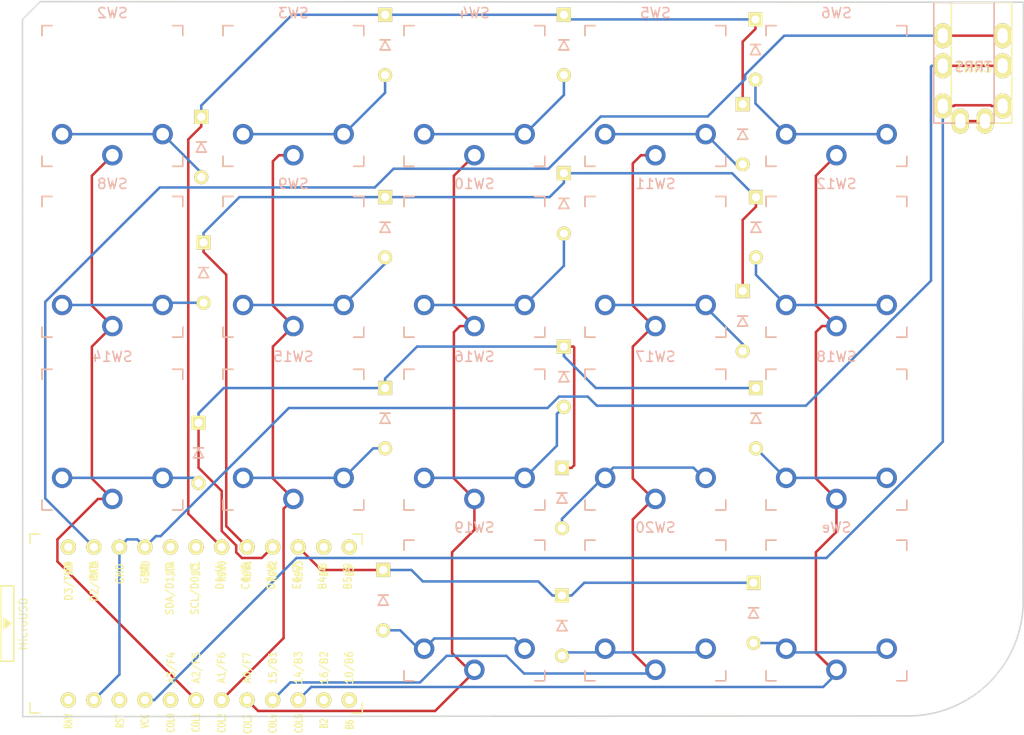
<source format=kicad_pcb>
(kicad_pcb (version 20171130) (host pcbnew "(5.1.4-0-10_14)")

  (general
    (thickness 1.6)
    (drawings 6)
    (tracks 260)
    (zones 0)
    (modules 38)
    (nets 42)
  )

  (page A4)
  (title_block
    (title "hatchet")
    (date 2020-07-26)
    (rev 1.0)
    (company broomlabs)
  )

  (layers
    (0 F.Cu signal)
    (31 B.Cu signal)
    (32 B.Adhes user)
    (33 F.Adhes user)
    (34 B.Paste user hide)
    (35 F.Paste user)
    (36 B.SilkS user hide)
    (37 F.SilkS user hide)
    (38 B.Mask user hide)
    (39 F.Mask user hide)
    (40 Dwgs.User user)
    (41 Cmts.User user)
    (42 Eco1.User user)
    (43 Eco2.User user hide)
    (44 Edge.Cuts user)
    (45 Margin user)
    (46 B.CrtYd user)
    (47 F.CrtYd user)
    (48 B.Fab user hide)
    (49 F.Fab user)
  )

  (setup
    (last_trace_width 0.25)
    (user_trace_width 0.5)
    (trace_clearance 0.2)
    (zone_clearance 0.508)
    (zone_45_only no)
    (trace_min 0.2)
    (via_size 0.6)
    (via_drill 0.4)
    (via_min_size 0.4)
    (via_min_drill 0.3)
    (uvia_size 0.3)
    (uvia_drill 0.1)
    (uvias_allowed no)
    (uvia_min_size 0.2)
    (uvia_min_drill 0.1)
    (edge_width 0.15)
    (segment_width 0.15)
    (pcb_text_width 0.3)
    (pcb_text_size 1.5 1.5)
    (mod_edge_width 0.15)
    (mod_text_size 1 1)
    (mod_text_width 0.15)
    (pad_size 1.397 1.397)
    (pad_drill 0.8128)
    (pad_to_mask_clearance 0.2)
    (aux_axis_origin 145.73 12.66)
    (visible_elements FFFFEFFF)
    (pcbplotparams
      (layerselection 0x010f0_ffffffff)
      (usegerberextensions true)
      (usegerberattributes false)
      (usegerberadvancedattributes false)
      (creategerberjobfile false)
      (excludeedgelayer true)
      (linewidth 0.150000)
      (plotframeref false)
      (viasonmask false)
      (mode 1)
      (useauxorigin false)
      (hpglpennumber 1)
      (hpglpenspeed 20)
      (hpglpendiameter 15.000000)
      (psnegative false)
      (psa4output false)
      (plotreference true)
      (plotvalue true)
      (plotinvisibletext false)
      (padsonsilk false)
      (subtractmaskfromsilk false)
      (outputformat 1)
      (mirror false)
      (drillshape 0)
      (scaleselection 1)
      (outputdirectory "gerber/"))
  )

  (net 0 "")
  (net 1 row0)
  (net 2 row1)
  (net 3 "Net-(D2-Pad2)")
  (net 4 row2)
  (net 5 "Net-(D3-Pad2)")
  (net 6 row3)
  (net 7 "Net-(D4-Pad2)")
  (net 8 "Net-(D5-Pad2)")
  (net 9 "Net-(D6-Pad2)")
  (net 10 "Net-(D8-Pad2)")
  (net 11 "Net-(D9-Pad2)")
  (net 12 "Net-(D10-Pad2)")
  (net 13 "Net-(D11-Pad2)")
  (net 14 "Net-(D12-Pad2)")
  (net 15 "Net-(D14-Pad2)")
  (net 16 "Net-(D15-Pad2)")
  (net 17 "Net-(D16-Pad2)")
  (net 18 "Net-(D17-Pad2)")
  (net 19 "Net-(D18-Pad2)")
  (net 20 "Net-(D19-Pad2)")
  (net 21 "Net-(D20-Pad2)")
  (net 22 "Net-(D21-Pad2)")
  (net 23 GND)
  (net 24 VCC)
  (net 25 col0)
  (net 26 col1)
  (net 27 col2)
  (net 28 col3)
  (net 29 col4)
  (net 30 col5)
  (net 31 LED)
  (net 32 data)
  (net 33 reset)
  (net 34 SCL)
  (net 35 SDA)
  (net 36 "Net-(U1-Pad14)")
  (net 37 "Net-(U1-Pad13)")
  (net 38 "Net-(U1-Pad12)")
  (net 39 "Net-(U1-Pad11)")
  (net 40 "Net-(J1-PadA)")
  (net 41 "Net-(U1-Pad24)")

  (net_class Default "これは標準のネット クラスです。"
    (clearance 0.2)
    (trace_width 0.25)
    (via_dia 0.6)
    (via_drill 0.4)
    (uvia_dia 0.3)
    (uvia_drill 0.1)
    (add_net GND)
    (add_net LED)
    (add_net "Net-(D10-Pad2)")
    (add_net "Net-(D11-Pad2)")
    (add_net "Net-(D12-Pad2)")
    (add_net "Net-(D14-Pad2)")
    (add_net "Net-(D15-Pad2)")
    (add_net "Net-(D16-Pad2)")
    (add_net "Net-(D17-Pad2)")
    (add_net "Net-(D18-Pad2)")
    (add_net "Net-(D19-Pad2)")
    (add_net "Net-(D2-Pad2)")
    (add_net "Net-(D20-Pad2)")
    (add_net "Net-(D21-Pad2)")
    (add_net "Net-(D3-Pad2)")
    (add_net "Net-(D4-Pad2)")
    (add_net "Net-(D5-Pad2)")
    (add_net "Net-(D6-Pad2)")
    (add_net "Net-(D8-Pad2)")
    (add_net "Net-(D9-Pad2)")
    (add_net "Net-(J1-PadA)")
    (add_net "Net-(U1-Pad11)")
    (add_net "Net-(U1-Pad12)")
    (add_net "Net-(U1-Pad13)")
    (add_net "Net-(U1-Pad14)")
    (add_net "Net-(U1-Pad24)")
    (add_net SCL)
    (add_net SDA)
    (add_net VCC)
    (add_net col0)
    (add_net col1)
    (add_net col2)
    (add_net col3)
    (add_net col4)
    (add_net col5)
    (add_net data)
    (add_net reset)
    (add_net row0)
    (add_net row1)
    (add_net row2)
    (add_net row3)
  )

  (module "Choc Footprints:SW_PG1350_reversible" (layer F.Cu) (tedit 5DD501D8) (tstamp 5C238820)
    (at 80 81.68)
    (descr "Kailh \"Choc\" PG1350 keyswitch, able to be mounted on front or back of PCB")
    (tags kailh,choc)
    (path /5A5E37EC)
    (fp_text reference SW19 (at 4.6 6 180) (layer Dwgs.User) hide
      (effects (font (size 1 1) (thickness 0.15)))
    )
    (fp_text value SW_PUSH (at -0.5 6 180) (layer Dwgs.User) hide
      (effects (font (size 1 1) (thickness 0.15)))
    )
    (fp_line (start 6 -7) (end 7 -7) (layer F.SilkS) (width 0.15))
    (fp_line (start 7 -7) (end 7 -6) (layer F.SilkS) (width 0.15))
    (fp_line (start 7 6) (end 7 7) (layer F.SilkS) (width 0.15))
    (fp_line (start 7 7) (end 6 7) (layer F.SilkS) (width 0.15))
    (fp_line (start -6 7) (end -7 7) (layer F.SilkS) (width 0.15))
    (fp_line (start -7 7) (end -7 6) (layer F.SilkS) (width 0.15))
    (fp_line (start -7 -6) (end -7 -7) (layer F.SilkS) (width 0.15))
    (fp_line (start -7 -7) (end -6 -7) (layer F.SilkS) (width 0.15))
    (fp_line (start -2.6 -3.1) (end 2.6 -3.1) (layer Eco2.User) (width 0.15))
    (fp_line (start 2.6 -3.1) (end 2.6 -6.3) (layer Eco2.User) (width 0.15))
    (fp_line (start 2.6 -6.3) (end -2.6 -6.3) (layer Eco2.User) (width 0.15))
    (fp_line (start -2.6 -3.1) (end -2.6 -6.3) (layer Eco2.User) (width 0.15))
    (fp_line (start -7 -6) (end -7 -7) (layer B.SilkS) (width 0.15))
    (fp_line (start -7 -7) (end -6 -7) (layer B.SilkS) (width 0.15))
    (fp_line (start -6 7) (end -7 7) (layer B.SilkS) (width 0.15))
    (fp_line (start -7 7) (end -7 6) (layer B.SilkS) (width 0.15))
    (fp_line (start 7 6) (end 7 7) (layer B.SilkS) (width 0.15))
    (fp_line (start 7 7) (end 6 7) (layer B.SilkS) (width 0.15))
    (fp_line (start 6 -7) (end 7 -7) (layer B.SilkS) (width 0.15))
    (fp_line (start 7 -7) (end 7 -6) (layer B.SilkS) (width 0.15))
    (fp_line (start -6.9 6.9) (end 6.9 6.9) (layer Eco2.User) (width 0.15))
    (fp_line (start 6.9 -6.9) (end -6.9 -6.9) (layer Eco2.User) (width 0.15))
    (fp_line (start 6.9 -6.9) (end 6.9 6.9) (layer Eco2.User) (width 0.15))
    (fp_line (start -6.9 6.9) (end -6.9 -6.9) (layer Eco2.User) (width 0.15))
    (fp_line (start -7.5 -7.5) (end 7.5 -7.5) (layer B.Fab) (width 0.15))
    (fp_line (start 7.5 -7.5) (end 7.5 7.5) (layer B.Fab) (width 0.15))
    (fp_line (start 7.5 7.5) (end -7.5 7.5) (layer B.Fab) (width 0.15))
    (fp_line (start -7.5 7.5) (end -7.5 -7.5) (layer B.Fab) (width 0.15))
    (fp_line (start -7.5 -7.5) (end 7.5 -7.5) (layer F.Fab) (width 0.15))
    (fp_line (start 7.5 7.5) (end -7.5 7.5) (layer F.Fab) (width 0.15))
    (fp_line (start 7.5 -7.5) (end 7.5 7.5) (layer F.Fab) (width 0.15))
    (fp_line (start -7.5 7.5) (end -7.5 -7.5) (layer F.Fab) (width 0.15))
    (fp_text user %R (at 0 0) (layer F.Fab)
      (effects (font (size 1 1) (thickness 0.15)))
    )
    (fp_text user %R (at 0 0) (layer F.Fab)
      (effects (font (size 1 1) (thickness 0.15)))
    )
    (fp_text user %V (at 0 8.255) (layer B.Fab)
      (effects (font (size 1 1) (thickness 0.15)) (justify mirror))
    )
    (fp_text user %R (at 0 -8.255) (layer B.SilkS)
      (effects (font (size 1 1) (thickness 0.15)) (justify mirror))
    )
    (pad "" np_thru_hole circle (at -5.5 0) (size 1.7018 1.7018) (drill 1.7018) (layers *.Cu *.Mask))
    (pad "" np_thru_hole circle (at 5.5 0) (size 1.7018 1.7018) (drill 1.7018) (layers *.Cu *.Mask))
    (pad "" np_thru_hole circle (at 5.22 -4.2) (size 0.9906 0.9906) (drill 0.9906) (layers *.Cu *.Mask))
    (pad 1 thru_hole circle (at 0 5.9) (size 2.032 2.032) (drill 1.27) (layers *.Cu *.Mask)
      (net 28 col3))
    (pad 2 thru_hole circle (at -5 3.8) (size 2.032 2.032) (drill 1.27) (layers *.Cu *.Mask)
      (net 20 "Net-(D19-Pad2)"))
    (pad "" np_thru_hole circle (at 0 0) (size 3.429 3.429) (drill 3.429) (layers *.Cu *.Mask))
    (pad 2 thru_hole circle (at 5 3.8) (size 2.032 2.032) (drill 1.27) (layers *.Cu *.Mask)
      (net 20 "Net-(D19-Pad2)"))
    (pad "" np_thru_hole circle (at -5.22 -4.2) (size 0.9906 0.9906) (drill 0.9906) (layers *.Cu *.Mask))
  )

  (module "Choc Footprints:SW_PG1350_reversible" (layer F.Cu) (tedit 5DD501D8) (tstamp 5C23884C)
    (at 116 81.68)
    (descr "Kailh \"Choc\" PG1350 keyswitch, able to be mounted on front or back of PCB")
    (tags kailh,choc)
    (path /5A5E37B0)
    (fp_text reference SWe (at 4.6 6 180) (layer Dwgs.User) hide
      (effects (font (size 1 1) (thickness 0.15)))
    )
    (fp_text value SW_PUSH (at -0.5 6 180) (layer Dwgs.User) hide
      (effects (font (size 1 1) (thickness 0.15)))
    )
    (fp_line (start -7.5 7.5) (end -7.5 -7.5) (layer F.Fab) (width 0.15))
    (fp_line (start 7.5 -7.5) (end 7.5 7.5) (layer F.Fab) (width 0.15))
    (fp_line (start 7.5 7.5) (end -7.5 7.5) (layer F.Fab) (width 0.15))
    (fp_line (start -7.5 -7.5) (end 7.5 -7.5) (layer F.Fab) (width 0.15))
    (fp_line (start -7.5 7.5) (end -7.5 -7.5) (layer B.Fab) (width 0.15))
    (fp_line (start 7.5 7.5) (end -7.5 7.5) (layer B.Fab) (width 0.15))
    (fp_line (start 7.5 -7.5) (end 7.5 7.5) (layer B.Fab) (width 0.15))
    (fp_line (start -7.5 -7.5) (end 7.5 -7.5) (layer B.Fab) (width 0.15))
    (fp_line (start -6.9 6.9) (end -6.9 -6.9) (layer Eco2.User) (width 0.15))
    (fp_line (start 6.9 -6.9) (end 6.9 6.9) (layer Eco2.User) (width 0.15))
    (fp_line (start 6.9 -6.9) (end -6.9 -6.9) (layer Eco2.User) (width 0.15))
    (fp_line (start -6.9 6.9) (end 6.9 6.9) (layer Eco2.User) (width 0.15))
    (fp_line (start 7 -7) (end 7 -6) (layer B.SilkS) (width 0.15))
    (fp_line (start 6 -7) (end 7 -7) (layer B.SilkS) (width 0.15))
    (fp_line (start 7 7) (end 6 7) (layer B.SilkS) (width 0.15))
    (fp_line (start 7 6) (end 7 7) (layer B.SilkS) (width 0.15))
    (fp_line (start -7 7) (end -7 6) (layer B.SilkS) (width 0.15))
    (fp_line (start -6 7) (end -7 7) (layer B.SilkS) (width 0.15))
    (fp_line (start -7 -7) (end -6 -7) (layer B.SilkS) (width 0.15))
    (fp_line (start -7 -6) (end -7 -7) (layer B.SilkS) (width 0.15))
    (fp_line (start -2.6 -3.1) (end -2.6 -6.3) (layer Eco2.User) (width 0.15))
    (fp_line (start 2.6 -6.3) (end -2.6 -6.3) (layer Eco2.User) (width 0.15))
    (fp_line (start 2.6 -3.1) (end 2.6 -6.3) (layer Eco2.User) (width 0.15))
    (fp_line (start -2.6 -3.1) (end 2.6 -3.1) (layer Eco2.User) (width 0.15))
    (fp_line (start -7 -7) (end -6 -7) (layer F.SilkS) (width 0.15))
    (fp_line (start -7 -6) (end -7 -7) (layer F.SilkS) (width 0.15))
    (fp_line (start -7 7) (end -7 6) (layer F.SilkS) (width 0.15))
    (fp_line (start -6 7) (end -7 7) (layer F.SilkS) (width 0.15))
    (fp_line (start 7 7) (end 6 7) (layer F.SilkS) (width 0.15))
    (fp_line (start 7 6) (end 7 7) (layer F.SilkS) (width 0.15))
    (fp_line (start 7 -7) (end 7 -6) (layer F.SilkS) (width 0.15))
    (fp_line (start 6 -7) (end 7 -7) (layer F.SilkS) (width 0.15))
    (fp_text user %R (at 0 -8.255) (layer B.SilkS)
      (effects (font (size 1 1) (thickness 0.15)) (justify mirror))
    )
    (fp_text user %V (at 0 8.255) (layer B.Fab)
      (effects (font (size 1 1) (thickness 0.15)) (justify mirror))
    )
    (fp_text user %R (at 0 0) (layer F.Fab)
      (effects (font (size 1 1) (thickness 0.15)))
    )
    (fp_text user %R (at 0 0) (layer B.Fab)
      (effects (font (size 1 1) (thickness 0.15)) (justify mirror))
    )
    (pad "" np_thru_hole circle (at -5.22 -4.2) (size 0.9906 0.9906) (drill 0.9906) (layers *.Cu *.Mask))
    (pad 2 thru_hole circle (at 5 3.8) (size 2.032 2.032) (drill 1.27) (layers *.Cu *.Mask)
      (net 22 "Net-(D21-Pad2)"))
    (pad "" np_thru_hole circle (at 0 0) (size 3.429 3.429) (drill 3.429) (layers *.Cu *.Mask))
    (pad 2 thru_hole circle (at -5 3.8) (size 2.032 2.032) (drill 1.27) (layers *.Cu *.Mask)
      (net 22 "Net-(D21-Pad2)"))
    (pad 1 thru_hole circle (at 0 5.9) (size 2.032 2.032) (drill 1.27) (layers *.Cu *.Mask)
      (net 30 col5))
    (pad "" np_thru_hole circle (at 5.22 -4.2) (size 0.9906 0.9906) (drill 0.9906) (layers *.Cu *.Mask))
    (pad "" np_thru_hole circle (at 5.5 0) (size 1.7018 1.7018) (drill 1.7018) (layers *.Cu *.Mask))
    (pad "" np_thru_hole circle (at -5.5 0) (size 1.7018 1.7018) (drill 1.7018) (layers *.Cu *.Mask))
  )

  (module kbd:ProMicro_v3 (layer F.Cu) (tedit 5E3AA86E) (tstamp 5C238F3C)
    (at 54.1 82.98 90)
    (path /5A5E14C2)
    (fp_text reference U1 (at -0.1 -0.05 180) (layer F.SilkS) hide
      (effects (font (size 1 1) (thickness 0.15)))
    )
    (fp_text value ProMicro (at -0.45 -17 90) (layer F.Fab) hide
      (effects (font (size 1 1) (thickness 0.15)))
    )
    (fp_line (start -0.15 -20.4) (end 0.15 -20.4) (layer F.SilkS) (width 0.15))
    (fp_line (start -0.25 -20.55) (end 0.25 -20.55) (layer F.SilkS) (width 0.15))
    (fp_line (start -0.35 -20.7) (end 0.35 -20.7) (layer F.SilkS) (width 0.15))
    (fp_line (start 0 -20.2) (end -0.5 -20.85) (layer F.SilkS) (width 0.15))
    (fp_line (start 0.5 -20.85) (end 0 -20.2) (layer F.SilkS) (width 0.15))
    (fp_line (start -0.5 -20.85) (end 0.5 -20.85) (layer F.SilkS) (width 0.15))
    (fp_line (start 3.75 -21.2) (end -3.75 -21.2) (layer F.SilkS) (width 0.15))
    (fp_line (start 3.75 -19.9) (end 3.75 -21.2) (layer F.SilkS) (width 0.15))
    (fp_line (start -3.75 -19.9) (end 3.75 -19.9) (layer F.SilkS) (width 0.15))
    (fp_line (start -3.75 -21.2) (end -3.75 -19.9) (layer F.SilkS) (width 0.15))
    (fp_line (start 3.76 -18.3) (end 8.9 -18.3) (layer F.Fab) (width 0.15))
    (fp_line (start -3.75 -18.3) (end 3.75 -18.3) (layer F.Fab) (width 0.15))
    (fp_line (start -3.75 -19.6) (end -3.75 -18.299039) (layer F.Fab) (width 0.15))
    (fp_line (start 3.75 -19.6) (end 3.75 -18.3) (layer F.Fab) (width 0.15))
    (fp_line (start -3.75 -19.6) (end 3.75 -19.6) (layer F.Fab) (width 0.15))
    (fp_line (start -8.9 -18.3) (end -3.75 -18.3) (layer F.Fab) (width 0.15))
    (fp_line (start 8.9 -18.3) (end 8.9 14.75) (layer F.Fab) (width 0.15))
    (fp_line (start 8.9 14.75) (end -8.9 14.75) (layer F.Fab) (width 0.15))
    (fp_line (start -8.9 14.75) (end -8.9 -18.3) (layer F.Fab) (width 0.15))
    (fp_line (start -8.9 -18.3) (end -8.9 -17.3) (layer F.SilkS) (width 0.15))
    (fp_line (start 8.9 -18.3) (end 8.9 -17.3) (layer F.SilkS) (width 0.15))
    (fp_line (start -8.9 -18.3) (end -7.9 -18.3) (layer F.SilkS) (width 0.15))
    (fp_line (start 8.9 -18.3) (end 7.95 -18.3) (layer F.SilkS) (width 0.15))
    (fp_line (start -8.9 13.7) (end -8.9 14.75) (layer F.SilkS) (width 0.15))
    (fp_line (start 8.9 13.75) (end 8.9 14.75) (layer F.SilkS) (width 0.15))
    (fp_line (start -8.9 14.75) (end -7.9 14.75) (layer F.SilkS) (width 0.15))
    (fp_line (start 8.9 14.75) (end 7.89 14.75) (layer F.SilkS) (width 0.15))
    (fp_text user "" (at -1.2065 -16.256 90) (layer B.SilkS)
      (effects (font (size 1 1) (thickness 0.15)) (justify mirror))
    )
    (fp_text user "" (at -0.545 -17.4 90) (layer F.SilkS)
      (effects (font (size 1 1) (thickness 0.15)))
    )
    (fp_text user RAW (at -9.7155 -14.478 90 unlocked) (layer F.SilkS)
      (effects (font (size 0.75 0.5) (thickness 0.125)))
    )
    (fp_text user GND (at 5.461 -6.7945 90 unlocked) (layer F.SilkS)
      (effects (font (size 0.75 0.5) (thickness 0.125)))
    )
    (fp_text user RST (at -9.7155 -9.3345 90 unlocked) (layer F.SilkS)
      (effects (font (size 0.75 0.5) (thickness 0.125)))
    )
    (fp_text user VCC (at -9.7155 -6.858 90 unlocked) (layer F.SilkS)
      (effects (font (size 0.75 0.5) (thickness 0.125)))
    )
    (fp_text user A3/F4 (at -4.395 -4.25 90 unlocked) (layer F.SilkS)
      (effects (font (size 0.75 0.67) (thickness 0.125)))
    )
    (fp_text user A2/F5 (at -4.395 -1.75 90 unlocked) (layer F.SilkS)
      (effects (font (size 0.75 0.67) (thickness 0.125)))
    )
    (fp_text user A1/F6 (at -4.395 0.75 90 unlocked) (layer F.SilkS)
      (effects (font (size 0.75 0.67) (thickness 0.125)))
    )
    (fp_text user A0/F7 (at -4.395 3.3 90 unlocked) (layer F.SilkS)
      (effects (font (size 0.75 0.67) (thickness 0.125)))
    )
    (fp_text user 15/B1 (at -4.395 5.85 90 unlocked) (layer F.SilkS)
      (effects (font (size 0.75 0.67) (thickness 0.125)))
    )
    (fp_text user 14/B3 (at -4.395 8.4 90 unlocked) (layer F.SilkS)
      (effects (font (size 0.75 0.67) (thickness 0.125)))
    )
    (fp_text user 10/B6 (at -4.395 13.45 90 unlocked) (layer F.SilkS)
      (effects (font (size 0.75 0.67) (thickness 0.125)))
    )
    (fp_text user 16/B2 (at -4.395 10.95 90 unlocked) (layer F.SilkS)
      (effects (font (size 0.75 0.67) (thickness 0.125)))
    )
    (fp_text user E6/7 (at 4.705 8.25 90 unlocked) (layer F.SilkS)
      (effects (font (size 0.75 0.67) (thickness 0.125)))
    )
    (fp_text user D7/6 (at 4.705 5.7 90 unlocked) (layer F.SilkS)
      (effects (font (size 0.75 0.67) (thickness 0.125)))
    )
    (fp_text user GND (at 4.955 -9.35 90 unlocked) (layer F.SilkS)
      (effects (font (size 0.75 0.67) (thickness 0.125)))
    )
    (fp_text user GND (at 4.955 -6.9 90 unlocked) (layer F.SilkS)
      (effects (font (size 0.75 0.67) (thickness 0.125)))
    )
    (fp_text user D3/TX0 (at 4.155 -14.45 90 unlocked) (layer F.SilkS)
      (effects (font (size 0.75 0.67) (thickness 0.125)))
    )
    (fp_text user D4/4 (at 4.705 0.6 90 unlocked) (layer F.SilkS)
      (effects (font (size 0.75 0.67) (thickness 0.125)))
    )
    (fp_text user SDA/D1/2 (at 3.455 -4.4 90 unlocked) (layer F.SilkS)
      (effects (font (size 0.75 0.67) (thickness 0.125)))
    )
    (fp_text user SCL/D0/3 (at 3.455 -1.9 90 unlocked) (layer F.SilkS)
      (effects (font (size 0.75 0.67) (thickness 0.125)))
    )
    (fp_text user C6/5 (at 4.705 3.15 90 unlocked) (layer F.SilkS)
      (effects (font (size 0.75 0.67) (thickness 0.125)))
    )
    (fp_text user B5/9 (at 4.705 13.3 90 unlocked) (layer F.SilkS)
      (effects (font (size 0.75 0.67) (thickness 0.125)))
    )
    (fp_text user D2/RX1 (at 4.155 -11.9 90 unlocked) (layer F.SilkS)
      (effects (font (size 0.75 0.67) (thickness 0.125)))
    )
    (fp_text user B4/8 (at 4.705 10.8 90 unlocked) (layer F.SilkS)
      (effects (font (size 0.75 0.67) (thickness 0.125)))
    )
    (fp_text user MicroUSB (at -0.05 -18.95 90) (layer F.SilkS)
      (effects (font (size 0.75 0.75) (thickness 0.12)))
    )
    (fp_text user LED (at 5.5 -14.478 90) (layer F.SilkS)
      (effects (font (size 0.75 0.5) (thickness 0.125)))
    )
    (fp_text user DATA (at 5.35 -11.95 90) (layer F.SilkS)
      (effects (font (size 0.75 0.5) (thickness 0.125)))
    )
    (fp_text user COL3 (at -10 3.35 90) (layer F.SilkS)
      (effects (font (size 0.75 0.5) (thickness 0.125)))
    )
    (fp_text user ROW0 (at 5.2 0.8 90) (layer F.SilkS)
      (effects (font (size 0.75 0.5) (thickness 0.125)))
    )
    (fp_text user COL2 (at -9.9 0.762 90) (layer F.SilkS)
      (effects (font (size 0.75 0.5) (thickness 0.125)))
    )
    (fp_text user SCL (at 5.461 -1.778 90) (layer F.SilkS)
      (effects (font (size 0.75 0.5) (thickness 0.125)))
    )
    (fp_text user COL1 (at -9.85 -1.778 90) (layer F.SilkS)
      (effects (font (size 0.75 0.5) (thickness 0.125)))
    )
    (fp_text user SDA (at 5.461 -4.318 90) (layer F.SilkS)
      (effects (font (size 0.75 0.5) (thickness 0.125)))
    )
    (fp_text user COL0 (at -9.9 -4.3 90) (layer F.SilkS)
      (effects (font (size 0.75 0.5) (thickness 0.125)))
    )
    (fp_text user B6 (at -10.05 13.5 90) (layer F.SilkS)
      (effects (font (size 0.75 0.5) (thickness 0.125)))
    )
    (fp_text user B5 (at 5.2 13.5255 90) (layer F.SilkS)
      (effects (font (size 0.75 0.5) (thickness 0.125)))
    )
    (fp_text user B4 (at 5.2 10.922 90) (layer F.SilkS)
      (effects (font (size 0.75 0.5) (thickness 0.125)))
    )
    (fp_text user B2 (at -9.95 10.95 90) (layer F.SilkS)
      (effects (font (size 0.75 0.5) (thickness 0.125)))
    )
    (fp_text user ROW3 (at 5.2 8.4455 90) (layer F.SilkS)
      (effects (font (size 0.75 0.5) (thickness 0.125)))
    )
    (fp_text user COL5 (at -9.95 8.4455 90) (layer F.SilkS)
      (effects (font (size 0.75 0.5) (thickness 0.125)))
    )
    (fp_text user ROW2 (at 5.2 5.85 90) (layer F.SilkS)
      (effects (font (size 0.75 0.5) (thickness 0.125)))
    )
    (fp_text user COL4 (at -9.95 5.85 90) (layer F.SilkS)
      (effects (font (size 0.75 0.5) (thickness 0.125)))
    )
    (fp_text user ROW1 (at 5.25 3.302 90) (layer F.SilkS)
      (effects (font (size 0.75 0.5) (thickness 0.125)))
    )
    (pad 24 thru_hole circle (at -7.6086 -14.478 90) (size 1.524 1.524) (drill 0.8128) (layers *.Cu *.Mask F.SilkS)
      (net 41 "Net-(U1-Pad24)"))
    (pad 23 thru_hole circle (at -7.6086 -11.938 90) (size 1.524 1.524) (drill 0.8128) (layers *.Cu *.Mask F.SilkS)
      (net 23 GND))
    (pad 22 thru_hole circle (at -7.6086 -9.398 90) (size 1.524 1.524) (drill 0.8128) (layers *.Cu *.Mask F.SilkS)
      (net 33 reset))
    (pad 21 thru_hole circle (at -7.6086 -6.858 90) (size 1.524 1.524) (drill 0.8128) (layers *.Cu *.Mask F.SilkS)
      (net 24 VCC))
    (pad 20 thru_hole circle (at -7.6086 -4.318 90) (size 1.524 1.524) (drill 0.8128) (layers *.Cu *.Mask F.SilkS)
      (net 25 col0))
    (pad 19 thru_hole circle (at -7.6086 -1.778 90) (size 1.524 1.524) (drill 0.8128) (layers *.Cu *.Mask F.SilkS)
      (net 26 col1))
    (pad 18 thru_hole circle (at -7.6086 0.762 90) (size 1.524 1.524) (drill 0.8128) (layers *.Cu *.Mask F.SilkS)
      (net 27 col2))
    (pad 17 thru_hole circle (at -7.6086 3.302 90) (size 1.524 1.524) (drill 0.8128) (layers *.Cu *.Mask F.SilkS)
      (net 28 col3))
    (pad 16 thru_hole circle (at -7.6086 5.842 90) (size 1.524 1.524) (drill 0.8128) (layers *.Cu *.Mask F.SilkS)
      (net 29 col4))
    (pad 15 thru_hole circle (at -7.6086 8.382 90) (size 1.524 1.524) (drill 0.8128) (layers *.Cu *.Mask F.SilkS)
      (net 30 col5))
    (pad 14 thru_hole circle (at -7.6086 10.922 90) (size 1.524 1.524) (drill 0.8128) (layers *.Cu *.Mask F.SilkS)
      (net 36 "Net-(U1-Pad14)"))
    (pad 13 thru_hole circle (at -7.6086 13.462 90) (size 1.524 1.524) (drill 0.8128) (layers *.Cu *.Mask F.SilkS)
      (net 37 "Net-(U1-Pad13)"))
    (pad 12 thru_hole circle (at 7.6114 13.462 90) (size 1.524 1.524) (drill 0.8128) (layers *.Cu *.Mask F.SilkS)
      (net 38 "Net-(U1-Pad12)"))
    (pad 11 thru_hole circle (at 7.6114 10.922 90) (size 1.524 1.524) (drill 0.8128) (layers *.Cu *.Mask F.SilkS)
      (net 39 "Net-(U1-Pad11)"))
    (pad 10 thru_hole circle (at 7.6114 8.382 90) (size 1.524 1.524) (drill 0.8128) (layers *.Cu *.Mask F.SilkS)
      (net 6 row3))
    (pad 9 thru_hole circle (at 7.6114 5.842 90) (size 1.524 1.524) (drill 0.8128) (layers *.Cu *.Mask F.SilkS)
      (net 4 row2))
    (pad 8 thru_hole circle (at 7.6114 3.302 90) (size 1.524 1.524) (drill 0.8128) (layers *.Cu *.Mask F.SilkS)
      (net 2 row1))
    (pad 7 thru_hole circle (at 7.6114 0.762 90) (size 1.524 1.524) (drill 0.8128) (layers *.Cu *.Mask F.SilkS)
      (net 1 row0))
    (pad 6 thru_hole circle (at 7.6114 -1.778 90) (size 1.524 1.524) (drill 0.8128) (layers *.Cu *.Mask F.SilkS)
      (net 34 SCL))
    (pad 5 thru_hole circle (at 7.6114 -4.318 90) (size 1.524 1.524) (drill 0.8128) (layers *.Cu *.Mask F.SilkS)
      (net 35 SDA))
    (pad 4 thru_hole circle (at 7.6114 -6.858 90) (size 1.524 1.524) (drill 0.8128) (layers *.Cu *.Mask F.SilkS)
      (net 23 GND))
    (pad 3 thru_hole circle (at 7.6114 -9.398 90) (size 1.524 1.524) (drill 0.8128) (layers *.Cu *.Mask F.SilkS)
      (net 23 GND))
    (pad 2 thru_hole circle (at 7.6114 -11.938 90) (size 1.524 1.524) (drill 0.8128) (layers *.Cu *.Mask F.SilkS)
      (net 32 data))
    (pad 1 thru_hole circle (at 7.6114 -14.478 90) (size 1.524 1.524) (drill 0.8128) (layers *.Cu *.Mask F.SilkS)
      (net 31 LED))
  )

  (module "Choc Footprints:SW_PG1350_reversible" (layer F.Cu) (tedit 5DD501D8) (tstamp 5C238836)
    (at 98 81.68)
    (descr "Kailh \"Choc\" PG1350 keyswitch, able to be mounted on front or back of PCB")
    (tags kailh,choc)
    (path /5A5E37A4)
    (fp_text reference SW20 (at 4.600001 6) (layer Dwgs.User) hide
      (effects (font (size 1 1) (thickness 0.15)))
    )
    (fp_text value SW_PUSH (at -0.5 6) (layer Dwgs.User) hide
      (effects (font (size 1 1) (thickness 0.15)))
    )
    (fp_line (start 6 -7) (end 7 -7) (layer F.SilkS) (width 0.15))
    (fp_line (start 7 -7) (end 7 -6) (layer F.SilkS) (width 0.15))
    (fp_line (start 7 6) (end 7 7) (layer F.SilkS) (width 0.15))
    (fp_line (start 7 7) (end 6 7) (layer F.SilkS) (width 0.15))
    (fp_line (start -6 7) (end -7 7) (layer F.SilkS) (width 0.15))
    (fp_line (start -7 7) (end -7 6) (layer F.SilkS) (width 0.15))
    (fp_line (start -7 -6) (end -7 -7) (layer F.SilkS) (width 0.15))
    (fp_line (start -7 -7) (end -6 -7) (layer F.SilkS) (width 0.15))
    (fp_line (start -2.6 -3.1) (end 2.6 -3.1) (layer Eco2.User) (width 0.15))
    (fp_line (start 2.6 -3.1) (end 2.6 -6.3) (layer Eco2.User) (width 0.15))
    (fp_line (start 2.6 -6.3) (end -2.6 -6.3) (layer Eco2.User) (width 0.15))
    (fp_line (start -2.6 -3.1) (end -2.6 -6.3) (layer Eco2.User) (width 0.15))
    (fp_line (start -7 -6) (end -7 -7) (layer B.SilkS) (width 0.15))
    (fp_line (start -7 -7) (end -6 -7) (layer B.SilkS) (width 0.15))
    (fp_line (start -6 7) (end -7 7) (layer B.SilkS) (width 0.15))
    (fp_line (start -7 7) (end -7 6) (layer B.SilkS) (width 0.15))
    (fp_line (start 7 6) (end 7 7) (layer B.SilkS) (width 0.15))
    (fp_line (start 7 7) (end 6 7) (layer B.SilkS) (width 0.15))
    (fp_line (start 6 -7) (end 7 -7) (layer B.SilkS) (width 0.15))
    (fp_line (start 7 -7) (end 7 -6) (layer B.SilkS) (width 0.15))
    (fp_line (start -6.9 6.9) (end 6.9 6.9) (layer Eco2.User) (width 0.15))
    (fp_line (start 6.9 -6.9) (end -6.9 -6.9) (layer Eco2.User) (width 0.15))
    (fp_line (start 6.9 -6.9) (end 6.9 6.9) (layer Eco2.User) (width 0.15))
    (fp_line (start -6.9 6.9) (end -6.9 -6.9) (layer Eco2.User) (width 0.15))
    (fp_line (start -7.5 -7.5) (end 7.5 -7.5) (layer B.Fab) (width 0.15))
    (fp_line (start 7.5 -7.5) (end 7.5 7.5) (layer B.Fab) (width 0.15))
    (fp_line (start 7.5 7.5) (end -7.5 7.5) (layer B.Fab) (width 0.15))
    (fp_line (start -7.5 7.5) (end -7.5 -7.5) (layer B.Fab) (width 0.15))
    (fp_line (start -7.5 -7.5) (end 7.5 -7.5) (layer F.Fab) (width 0.15))
    (fp_line (start 7.5 7.5) (end -7.5 7.5) (layer F.Fab) (width 0.15))
    (fp_line (start 7.5 -7.5) (end 7.5 7.5) (layer F.Fab) (width 0.15))
    (fp_line (start -7.5 7.5) (end -7.5 -7.5) (layer F.Fab) (width 0.15))
    (fp_text user %R (at 0 0) (layer F.Fab)
      (effects (font (size 1 1) (thickness 0.15)))
    )
    (fp_text user %R (at 0 0) (layer F.Fab)
      (effects (font (size 1 1) (thickness 0.15)))
    )
    (fp_text user %V (at 0 8.255) (layer B.Fab)
      (effects (font (size 1 1) (thickness 0.15)) (justify mirror))
    )
    (fp_text user %R (at 0 -8.255) (layer B.SilkS)
      (effects (font (size 1 1) (thickness 0.15)) (justify mirror))
    )
    (pad "" np_thru_hole circle (at -5.5 0) (size 1.7018 1.7018) (drill 1.7018) (layers *.Cu *.Mask))
    (pad "" np_thru_hole circle (at 5.5 0) (size 1.7018 1.7018) (drill 1.7018) (layers *.Cu *.Mask))
    (pad "" np_thru_hole circle (at 5.22 -4.2) (size 0.9906 0.9906) (drill 0.9906) (layers *.Cu *.Mask))
    (pad 1 thru_hole circle (at 0 5.9) (size 2.032 2.032) (drill 1.27) (layers *.Cu *.Mask)
      (net 29 col4))
    (pad 2 thru_hole circle (at -5 3.8) (size 2.032 2.032) (drill 1.27) (layers *.Cu *.Mask)
      (net 21 "Net-(D20-Pad2)"))
    (pad "" np_thru_hole circle (at 0 0) (size 3.429 3.429) (drill 3.429) (layers *.Cu *.Mask))
    (pad 2 thru_hole circle (at 5 3.8) (size 2.032 2.032) (drill 1.27) (layers *.Cu *.Mask)
      (net 21 "Net-(D20-Pad2)"))
    (pad "" np_thru_hole circle (at -5.22 -4.2) (size 0.9906 0.9906) (drill 0.9906) (layers *.Cu *.Mask))
  )

  (module "Choc Footprints:SW_PG1350_reversible" (layer F.Cu) (tedit 5DD501D8) (tstamp 5C2387F4)
    (at 98 64.68)
    (descr "Kailh \"Choc\" PG1350 keyswitch, able to be mounted on front or back of PCB")
    (tags kailh,choc)
    (path /5A5E35CF)
    (fp_text reference SW17 (at 4.6 6 180) (layer Dwgs.User) hide
      (effects (font (size 1 1) (thickness 0.15)))
    )
    (fp_text value SW_PUSH (at -0.5 6 180) (layer Dwgs.User) hide
      (effects (font (size 1 1) (thickness 0.15)))
    )
    (fp_line (start 6 -7) (end 7 -7) (layer F.SilkS) (width 0.15))
    (fp_line (start 7 -7) (end 7 -6) (layer F.SilkS) (width 0.15))
    (fp_line (start 7 6) (end 7 7) (layer F.SilkS) (width 0.15))
    (fp_line (start 7 7) (end 6 7) (layer F.SilkS) (width 0.15))
    (fp_line (start -6 7) (end -7 7) (layer F.SilkS) (width 0.15))
    (fp_line (start -7 7) (end -7 6) (layer F.SilkS) (width 0.15))
    (fp_line (start -7 -6) (end -7 -7) (layer F.SilkS) (width 0.15))
    (fp_line (start -7 -7) (end -6 -7) (layer F.SilkS) (width 0.15))
    (fp_line (start -2.6 -3.1) (end 2.6 -3.1) (layer Eco2.User) (width 0.15))
    (fp_line (start 2.6 -3.1) (end 2.6 -6.3) (layer Eco2.User) (width 0.15))
    (fp_line (start 2.6 -6.3) (end -2.6 -6.3) (layer Eco2.User) (width 0.15))
    (fp_line (start -2.6 -3.1) (end -2.6 -6.3) (layer Eco2.User) (width 0.15))
    (fp_line (start -7 -6) (end -7 -7) (layer B.SilkS) (width 0.15))
    (fp_line (start -7 -7) (end -6 -7) (layer B.SilkS) (width 0.15))
    (fp_line (start -6 7) (end -7 7) (layer B.SilkS) (width 0.15))
    (fp_line (start -7 7) (end -7 6) (layer B.SilkS) (width 0.15))
    (fp_line (start 7 6) (end 7 7) (layer B.SilkS) (width 0.15))
    (fp_line (start 7 7) (end 6 7) (layer B.SilkS) (width 0.15))
    (fp_line (start 6 -7) (end 7 -7) (layer B.SilkS) (width 0.15))
    (fp_line (start 7 -7) (end 7 -6) (layer B.SilkS) (width 0.15))
    (fp_line (start -6.9 6.9) (end 6.9 6.9) (layer Eco2.User) (width 0.15))
    (fp_line (start 6.9 -6.9) (end -6.9 -6.9) (layer Eco2.User) (width 0.15))
    (fp_line (start 6.9 -6.9) (end 6.9 6.9) (layer Eco2.User) (width 0.15))
    (fp_line (start -6.9 6.9) (end -6.9 -6.9) (layer Eco2.User) (width 0.15))
    (fp_line (start -7.5 -7.5) (end 7.5 -7.5) (layer B.Fab) (width 0.15))
    (fp_line (start 7.5 -7.5) (end 7.5 7.5) (layer B.Fab) (width 0.15))
    (fp_line (start 7.5 7.5) (end -7.5 7.5) (layer B.Fab) (width 0.15))
    (fp_line (start -7.5 7.5) (end -7.5 -7.5) (layer B.Fab) (width 0.15))
    (fp_line (start -7.5 -7.5) (end 7.5 -7.5) (layer F.Fab) (width 0.15))
    (fp_line (start 7.5 7.5) (end -7.5 7.5) (layer F.Fab) (width 0.15))
    (fp_line (start 7.5 -7.5) (end 7.5 7.5) (layer F.Fab) (width 0.15))
    (fp_line (start -7.5 7.5) (end -7.5 -7.5) (layer F.Fab) (width 0.15))
    (fp_text user %R (at 0 0) (layer F.Fab)
      (effects (font (size 1 1) (thickness 0.15)))
    )
    (fp_text user %R (at 0 0) (layer F.Fab)
      (effects (font (size 1 1) (thickness 0.15)))
    )
    (fp_text user %V (at 0 8.255) (layer B.Fab)
      (effects (font (size 1 1) (thickness 0.15)) (justify mirror))
    )
    (fp_text user %R (at 0 -8.255) (layer B.SilkS)
      (effects (font (size 1 1) (thickness 0.15)) (justify mirror))
    )
    (pad "" np_thru_hole circle (at -5.5 0) (size 1.7018 1.7018) (drill 1.7018) (layers *.Cu *.Mask))
    (pad "" np_thru_hole circle (at 5.5 0) (size 1.7018 1.7018) (drill 1.7018) (layers *.Cu *.Mask))
    (pad "" np_thru_hole circle (at 5.22 -4.2) (size 0.9906 0.9906) (drill 0.9906) (layers *.Cu *.Mask))
    (pad 1 thru_hole circle (at 0 5.9) (size 2.032 2.032) (drill 1.27) (layers *.Cu *.Mask)
      (net 29 col4))
    (pad 2 thru_hole circle (at -5 3.8) (size 2.032 2.032) (drill 1.27) (layers *.Cu *.Mask)
      (net 18 "Net-(D17-Pad2)"))
    (pad "" np_thru_hole circle (at 0 0) (size 3.429 3.429) (drill 3.429) (layers *.Cu *.Mask))
    (pad 2 thru_hole circle (at 5 3.8) (size 2.032 2.032) (drill 1.27) (layers *.Cu *.Mask)
      (net 18 "Net-(D17-Pad2)"))
    (pad "" np_thru_hole circle (at -5.22 -4.2) (size 0.9906 0.9906) (drill 0.9906) (layers *.Cu *.Mask))
  )

  (module "Choc Footprints:SW_PG1350_reversible" (layer F.Cu) (tedit 5DD501D8) (tstamp 5C2387DE)
    (at 80 64.68)
    (descr "Kailh \"Choc\" PG1350 keyswitch, able to be mounted on front or back of PCB")
    (tags kailh,choc)
    (path /5A5E35C9)
    (fp_text reference SW16 (at 4.6 6 180) (layer Dwgs.User) hide
      (effects (font (size 1 1) (thickness 0.15)))
    )
    (fp_text value SW_PUSH (at -0.5 6 180) (layer Dwgs.User) hide
      (effects (font (size 1 1) (thickness 0.15)))
    )
    (fp_line (start 6 -7) (end 7 -7) (layer F.SilkS) (width 0.15))
    (fp_line (start 7 -7) (end 7 -6) (layer F.SilkS) (width 0.15))
    (fp_line (start 7 6) (end 7 7) (layer F.SilkS) (width 0.15))
    (fp_line (start 7 7) (end 6 7) (layer F.SilkS) (width 0.15))
    (fp_line (start -6 7) (end -7 7) (layer F.SilkS) (width 0.15))
    (fp_line (start -7 7) (end -7 6) (layer F.SilkS) (width 0.15))
    (fp_line (start -7 -6) (end -7 -7) (layer F.SilkS) (width 0.15))
    (fp_line (start -7 -7) (end -6 -7) (layer F.SilkS) (width 0.15))
    (fp_line (start -2.6 -3.1) (end 2.6 -3.1) (layer Eco2.User) (width 0.15))
    (fp_line (start 2.6 -3.1) (end 2.6 -6.3) (layer Eco2.User) (width 0.15))
    (fp_line (start 2.6 -6.3) (end -2.6 -6.3) (layer Eco2.User) (width 0.15))
    (fp_line (start -2.6 -3.1) (end -2.6 -6.3) (layer Eco2.User) (width 0.15))
    (fp_line (start -7 -6) (end -7 -7) (layer B.SilkS) (width 0.15))
    (fp_line (start -7 -7) (end -6 -7) (layer B.SilkS) (width 0.15))
    (fp_line (start -6 7) (end -7 7) (layer B.SilkS) (width 0.15))
    (fp_line (start -7 7) (end -7 6) (layer B.SilkS) (width 0.15))
    (fp_line (start 7 6) (end 7 7) (layer B.SilkS) (width 0.15))
    (fp_line (start 7 7) (end 6 7) (layer B.SilkS) (width 0.15))
    (fp_line (start 6 -7) (end 7 -7) (layer B.SilkS) (width 0.15))
    (fp_line (start 7 -7) (end 7 -6) (layer B.SilkS) (width 0.15))
    (fp_line (start -6.9 6.9) (end 6.9 6.9) (layer Eco2.User) (width 0.15))
    (fp_line (start 6.9 -6.9) (end -6.9 -6.9) (layer Eco2.User) (width 0.15))
    (fp_line (start 6.9 -6.9) (end 6.9 6.9) (layer Eco2.User) (width 0.15))
    (fp_line (start -6.9 6.9) (end -6.9 -6.9) (layer Eco2.User) (width 0.15))
    (fp_line (start -7.5 -7.5) (end 7.5 -7.5) (layer B.Fab) (width 0.15))
    (fp_line (start 7.5 -7.5) (end 7.5 7.5) (layer B.Fab) (width 0.15))
    (fp_line (start 7.5 7.5) (end -7.5 7.5) (layer B.Fab) (width 0.15))
    (fp_line (start -7.5 7.5) (end -7.5 -7.5) (layer B.Fab) (width 0.15))
    (fp_line (start -7.5 -7.5) (end 7.5 -7.5) (layer F.Fab) (width 0.15))
    (fp_line (start 7.5 7.5) (end -7.5 7.5) (layer F.Fab) (width 0.15))
    (fp_line (start 7.5 -7.5) (end 7.5 7.5) (layer F.Fab) (width 0.15))
    (fp_line (start -7.5 7.5) (end -7.5 -7.5) (layer F.Fab) (width 0.15))
    (fp_text user %R (at 0 0) (layer F.Fab)
      (effects (font (size 1 1) (thickness 0.15)))
    )
    (fp_text user %R (at 0 0) (layer F.Fab)
      (effects (font (size 1 1) (thickness 0.15)))
    )
    (fp_text user %V (at 0 8.255) (layer B.Fab)
      (effects (font (size 1 1) (thickness 0.15)) (justify mirror))
    )
    (fp_text user %R (at 0 -8.255) (layer B.SilkS)
      (effects (font (size 1 1) (thickness 0.15)) (justify mirror))
    )
    (pad "" np_thru_hole circle (at -5.5 0) (size 1.7018 1.7018) (drill 1.7018) (layers *.Cu *.Mask))
    (pad "" np_thru_hole circle (at 5.5 0) (size 1.7018 1.7018) (drill 1.7018) (layers *.Cu *.Mask))
    (pad "" np_thru_hole circle (at 5.22 -4.2) (size 0.9906 0.9906) (drill 0.9906) (layers *.Cu *.Mask))
    (pad 1 thru_hole circle (at 0 5.9) (size 2.032 2.032) (drill 1.27) (layers *.Cu *.Mask)
      (net 28 col3))
    (pad 2 thru_hole circle (at -5 3.8) (size 2.032 2.032) (drill 1.27) (layers *.Cu *.Mask)
      (net 17 "Net-(D16-Pad2)"))
    (pad "" np_thru_hole circle (at 0 0) (size 3.429 3.429) (drill 3.429) (layers *.Cu *.Mask))
    (pad 2 thru_hole circle (at 5 3.8) (size 2.032 2.032) (drill 1.27) (layers *.Cu *.Mask)
      (net 17 "Net-(D16-Pad2)"))
    (pad "" np_thru_hole circle (at -5.22 -4.2) (size 0.9906 0.9906) (drill 0.9906) (layers *.Cu *.Mask))
  )

  (module "Choc Footprints:SW_PG1350_reversible" (layer F.Cu) (tedit 5DD501D8) (tstamp 5C2387C8)
    (at 62 64.68)
    (descr "Kailh \"Choc\" PG1350 keyswitch, able to be mounted on front or back of PCB")
    (tags kailh,choc)
    (path /5A5E35BD)
    (fp_text reference SW15 (at 4.6 6 180) (layer Dwgs.User) hide
      (effects (font (size 1 1) (thickness 0.15)))
    )
    (fp_text value SW_PUSH (at -0.5 6 180) (layer Dwgs.User) hide
      (effects (font (size 1 1) (thickness 0.15)))
    )
    (fp_line (start 6 -7) (end 7 -7) (layer F.SilkS) (width 0.15))
    (fp_line (start 7 -7) (end 7 -6) (layer F.SilkS) (width 0.15))
    (fp_line (start 7 6) (end 7 7) (layer F.SilkS) (width 0.15))
    (fp_line (start 7 7) (end 6 7) (layer F.SilkS) (width 0.15))
    (fp_line (start -6 7) (end -7 7) (layer F.SilkS) (width 0.15))
    (fp_line (start -7 7) (end -7 6) (layer F.SilkS) (width 0.15))
    (fp_line (start -7 -6) (end -7 -7) (layer F.SilkS) (width 0.15))
    (fp_line (start -7 -7) (end -6 -7) (layer F.SilkS) (width 0.15))
    (fp_line (start -2.6 -3.1) (end 2.6 -3.1) (layer Eco2.User) (width 0.15))
    (fp_line (start 2.6 -3.1) (end 2.6 -6.3) (layer Eco2.User) (width 0.15))
    (fp_line (start 2.6 -6.3) (end -2.6 -6.3) (layer Eco2.User) (width 0.15))
    (fp_line (start -2.6 -3.1) (end -2.6 -6.3) (layer Eco2.User) (width 0.15))
    (fp_line (start -7 -6) (end -7 -7) (layer B.SilkS) (width 0.15))
    (fp_line (start -7 -7) (end -6 -7) (layer B.SilkS) (width 0.15))
    (fp_line (start -6 7) (end -7 7) (layer B.SilkS) (width 0.15))
    (fp_line (start -7 7) (end -7 6) (layer B.SilkS) (width 0.15))
    (fp_line (start 7 6) (end 7 7) (layer B.SilkS) (width 0.15))
    (fp_line (start 7 7) (end 6 7) (layer B.SilkS) (width 0.15))
    (fp_line (start 6 -7) (end 7 -7) (layer B.SilkS) (width 0.15))
    (fp_line (start 7 -7) (end 7 -6) (layer B.SilkS) (width 0.15))
    (fp_line (start -6.9 6.9) (end 6.9 6.9) (layer Eco2.User) (width 0.15))
    (fp_line (start 6.9 -6.9) (end -6.9 -6.9) (layer Eco2.User) (width 0.15))
    (fp_line (start 6.9 -6.9) (end 6.9 6.9) (layer Eco2.User) (width 0.15))
    (fp_line (start -6.9 6.9) (end -6.9 -6.9) (layer Eco2.User) (width 0.15))
    (fp_line (start -7.5 -7.5) (end 7.5 -7.5) (layer B.Fab) (width 0.15))
    (fp_line (start 7.5 -7.5) (end 7.5 7.5) (layer B.Fab) (width 0.15))
    (fp_line (start 7.5 7.5) (end -7.5 7.5) (layer B.Fab) (width 0.15))
    (fp_line (start -7.5 7.5) (end -7.5 -7.5) (layer B.Fab) (width 0.15))
    (fp_line (start -7.5 -7.5) (end 7.5 -7.5) (layer F.Fab) (width 0.15))
    (fp_line (start 7.5 7.5) (end -7.5 7.5) (layer F.Fab) (width 0.15))
    (fp_line (start 7.5 -7.5) (end 7.5 7.5) (layer F.Fab) (width 0.15))
    (fp_line (start -7.5 7.5) (end -7.5 -7.5) (layer F.Fab) (width 0.15))
    (fp_text user %R (at 0 0) (layer F.Fab)
      (effects (font (size 1 1) (thickness 0.15)))
    )
    (fp_text user %R (at 0 0) (layer F.Fab)
      (effects (font (size 1 1) (thickness 0.15)))
    )
    (fp_text user %V (at 0 8.255) (layer B.Fab)
      (effects (font (size 1 1) (thickness 0.15)) (justify mirror))
    )
    (fp_text user %R (at 0 -8.255) (layer B.SilkS)
      (effects (font (size 1 1) (thickness 0.15)) (justify mirror))
    )
    (pad "" np_thru_hole circle (at -5.5 0) (size 1.7018 1.7018) (drill 1.7018) (layers *.Cu *.Mask))
    (pad "" np_thru_hole circle (at 5.5 0) (size 1.7018 1.7018) (drill 1.7018) (layers *.Cu *.Mask))
    (pad "" np_thru_hole circle (at 5.22 -4.2) (size 0.9906 0.9906) (drill 0.9906) (layers *.Cu *.Mask))
    (pad 1 thru_hole circle (at 0 5.9) (size 2.032 2.032) (drill 1.27) (layers *.Cu *.Mask)
      (net 27 col2))
    (pad 2 thru_hole circle (at -5 3.8) (size 2.032 2.032) (drill 1.27) (layers *.Cu *.Mask)
      (net 16 "Net-(D15-Pad2)"))
    (pad "" np_thru_hole circle (at 0 0) (size 3.429 3.429) (drill 3.429) (layers *.Cu *.Mask))
    (pad 2 thru_hole circle (at 5 3.8) (size 2.032 2.032) (drill 1.27) (layers *.Cu *.Mask)
      (net 16 "Net-(D15-Pad2)"))
    (pad "" np_thru_hole circle (at -5.22 -4.2) (size 0.9906 0.9906) (drill 0.9906) (layers *.Cu *.Mask))
  )

  (module "Choc Footprints:SW_PG1350_reversible" (layer F.Cu) (tedit 5DD501D8) (tstamp 5C2387B2)
    (at 44 64.68)
    (descr "Kailh \"Choc\" PG1350 keyswitch, able to be mounted on front or back of PCB")
    (tags kailh,choc)
    (path /5A5E35B1)
    (fp_text reference SW14 (at 4.6 6 180) (layer Dwgs.User) hide
      (effects (font (size 1 1) (thickness 0.15)))
    )
    (fp_text value SW_PUSH (at -0.5 6 180) (layer Dwgs.User) hide
      (effects (font (size 1 1) (thickness 0.15)))
    )
    (fp_line (start -7.5 7.5) (end -7.5 -7.5) (layer F.Fab) (width 0.15))
    (fp_line (start 7.5 -7.5) (end 7.5 7.5) (layer F.Fab) (width 0.15))
    (fp_line (start 7.5 7.5) (end -7.5 7.5) (layer F.Fab) (width 0.15))
    (fp_line (start -7.5 -7.5) (end 7.5 -7.5) (layer F.Fab) (width 0.15))
    (fp_line (start -7.5 7.5) (end -7.5 -7.5) (layer B.Fab) (width 0.15))
    (fp_line (start 7.5 7.5) (end -7.5 7.5) (layer B.Fab) (width 0.15))
    (fp_line (start 7.5 -7.5) (end 7.5 7.5) (layer B.Fab) (width 0.15))
    (fp_line (start -7.5 -7.5) (end 7.5 -7.5) (layer B.Fab) (width 0.15))
    (fp_line (start -6.9 6.9) (end -6.9 -6.9) (layer Eco2.User) (width 0.15))
    (fp_line (start 6.9 -6.9) (end 6.9 6.9) (layer Eco2.User) (width 0.15))
    (fp_line (start 6.9 -6.9) (end -6.9 -6.9) (layer Eco2.User) (width 0.15))
    (fp_line (start -6.9 6.9) (end 6.9 6.9) (layer Eco2.User) (width 0.15))
    (fp_line (start 7 -7) (end 7 -6) (layer B.SilkS) (width 0.15))
    (fp_line (start 6 -7) (end 7 -7) (layer B.SilkS) (width 0.15))
    (fp_line (start 7 7) (end 6 7) (layer B.SilkS) (width 0.15))
    (fp_line (start 7 6) (end 7 7) (layer B.SilkS) (width 0.15))
    (fp_line (start -7 7) (end -7 6) (layer B.SilkS) (width 0.15))
    (fp_line (start -6 7) (end -7 7) (layer B.SilkS) (width 0.15))
    (fp_line (start -7 -7) (end -6 -7) (layer B.SilkS) (width 0.15))
    (fp_line (start -7 -6) (end -7 -7) (layer B.SilkS) (width 0.15))
    (fp_line (start -2.6 -3.1) (end -2.6 -6.3) (layer Eco2.User) (width 0.15))
    (fp_line (start 2.6 -6.3) (end -2.6 -6.3) (layer Eco2.User) (width 0.15))
    (fp_line (start 2.6 -3.1) (end 2.6 -6.3) (layer Eco2.User) (width 0.15))
    (fp_line (start -2.6 -3.1) (end 2.6 -3.1) (layer Eco2.User) (width 0.15))
    (fp_line (start -7 -7) (end -6 -7) (layer F.SilkS) (width 0.15))
    (fp_line (start -7 -6) (end -7 -7) (layer F.SilkS) (width 0.15))
    (fp_line (start -7 7) (end -7 6) (layer F.SilkS) (width 0.15))
    (fp_line (start -6 7) (end -7 7) (layer F.SilkS) (width 0.15))
    (fp_line (start 7 7) (end 6 7) (layer F.SilkS) (width 0.15))
    (fp_line (start 7 6) (end 7 7) (layer F.SilkS) (width 0.15))
    (fp_line (start 7 -7) (end 7 -6) (layer F.SilkS) (width 0.15))
    (fp_line (start 6 -7) (end 7 -7) (layer F.SilkS) (width 0.15))
    (fp_text user %R (at 0 -8.255) (layer B.SilkS)
      (effects (font (size 1 1) (thickness 0.15)) (justify mirror))
    )
    (fp_text user %V (at 0 8.255) (layer B.Fab)
      (effects (font (size 1 1) (thickness 0.15)) (justify mirror))
    )
    (fp_text user %R (at 0 0) (layer F.Fab)
      (effects (font (size 1 1) (thickness 0.15)))
    )
    (fp_text user %R (at 0 0) (layer F.Fab)
      (effects (font (size 1 1) (thickness 0.15)))
    )
    (pad "" np_thru_hole circle (at -5.22 -4.2) (size 0.9906 0.9906) (drill 0.9906) (layers *.Cu *.Mask))
    (pad 2 thru_hole circle (at 5 3.8) (size 2.032 2.032) (drill 1.27) (layers *.Cu *.Mask)
      (net 15 "Net-(D14-Pad2)"))
    (pad "" np_thru_hole circle (at 0 0) (size 3.429 3.429) (drill 3.429) (layers *.Cu *.Mask))
    (pad 2 thru_hole circle (at -5 3.8) (size 2.032 2.032) (drill 1.27) (layers *.Cu *.Mask)
      (net 15 "Net-(D14-Pad2)"))
    (pad 1 thru_hole circle (at 0 5.9) (size 2.032 2.032) (drill 1.27) (layers *.Cu *.Mask)
      (net 26 col1))
    (pad "" np_thru_hole circle (at 5.22 -4.2) (size 0.9906 0.9906) (drill 0.9906) (layers *.Cu *.Mask))
    (pad "" np_thru_hole circle (at 5.5 0) (size 1.7018 1.7018) (drill 1.7018) (layers *.Cu *.Mask))
    (pad "" np_thru_hole circle (at -5.5 0) (size 1.7018 1.7018) (drill 1.7018) (layers *.Cu *.Mask))
  )

  (module "Choc Footprints:SW_PG1350_reversible" (layer F.Cu) (tedit 5DD501D8) (tstamp 5C238786)
    (at 116 47.48)
    (descr "Kailh \"Choc\" PG1350 keyswitch, able to be mounted on front or back of PCB")
    (tags kailh,choc)
    (path /5A5E2D4A)
    (fp_text reference SW12 (at 4.6 6 180) (layer Dwgs.User) hide
      (effects (font (size 1 1) (thickness 0.15)))
    )
    (fp_text value SW_PUSH (at -0.5 6 180) (layer Dwgs.User) hide
      (effects (font (size 1 1) (thickness 0.15)))
    )
    (fp_line (start 6 -7) (end 7 -7) (layer F.SilkS) (width 0.15))
    (fp_line (start 7 -7) (end 7 -6) (layer F.SilkS) (width 0.15))
    (fp_line (start 7 6) (end 7 7) (layer F.SilkS) (width 0.15))
    (fp_line (start 7 7) (end 6 7) (layer F.SilkS) (width 0.15))
    (fp_line (start -6 7) (end -7 7) (layer F.SilkS) (width 0.15))
    (fp_line (start -7 7) (end -7 6) (layer F.SilkS) (width 0.15))
    (fp_line (start -7 -6) (end -7 -7) (layer F.SilkS) (width 0.15))
    (fp_line (start -7 -7) (end -6 -7) (layer F.SilkS) (width 0.15))
    (fp_line (start -2.6 -3.1) (end 2.6 -3.1) (layer Eco2.User) (width 0.15))
    (fp_line (start 2.6 -3.1) (end 2.6 -6.3) (layer Eco2.User) (width 0.15))
    (fp_line (start 2.6 -6.3) (end -2.6 -6.3) (layer Eco2.User) (width 0.15))
    (fp_line (start -2.6 -3.1) (end -2.6 -6.3) (layer Eco2.User) (width 0.15))
    (fp_line (start -7 -6) (end -7 -7) (layer B.SilkS) (width 0.15))
    (fp_line (start -7 -7) (end -6 -7) (layer B.SilkS) (width 0.15))
    (fp_line (start -6 7) (end -7 7) (layer B.SilkS) (width 0.15))
    (fp_line (start -7 7) (end -7 6) (layer B.SilkS) (width 0.15))
    (fp_line (start 7 6) (end 7 7) (layer B.SilkS) (width 0.15))
    (fp_line (start 7 7) (end 6 7) (layer B.SilkS) (width 0.15))
    (fp_line (start 6 -7) (end 7 -7) (layer B.SilkS) (width 0.15))
    (fp_line (start 7 -7) (end 7 -6) (layer B.SilkS) (width 0.15))
    (fp_line (start -6.9 6.9) (end 6.9 6.9) (layer Eco2.User) (width 0.15))
    (fp_line (start 6.9 -6.9) (end -6.9 -6.9) (layer Eco2.User) (width 0.15))
    (fp_line (start 6.9 -6.9) (end 6.9 6.9) (layer Eco2.User) (width 0.15))
    (fp_line (start -6.9 6.9) (end -6.9 -6.9) (layer Eco2.User) (width 0.15))
    (fp_line (start -7.5 -7.5) (end 7.5 -7.5) (layer B.Fab) (width 0.15))
    (fp_line (start 7.5 -7.5) (end 7.5 7.5) (layer B.Fab) (width 0.15))
    (fp_line (start 7.5 7.5) (end -7.5 7.5) (layer B.Fab) (width 0.15))
    (fp_line (start -7.5 7.5) (end -7.5 -7.5) (layer B.Fab) (width 0.15))
    (fp_line (start -7.5 -7.5) (end 7.5 -7.5) (layer F.Fab) (width 0.15))
    (fp_line (start 7.5 7.5) (end -7.5 7.5) (layer F.Fab) (width 0.15))
    (fp_line (start 7.5 -7.5) (end 7.5 7.5) (layer F.Fab) (width 0.15))
    (fp_line (start -7.5 7.5) (end -7.5 -7.5) (layer F.Fab) (width 0.15))
    (fp_text user %R (at 0 0) (layer F.Fab)
      (effects (font (size 1 1) (thickness 0.15)))
    )
    (fp_text user %R (at 0 0) (layer F.Fab)
      (effects (font (size 1 1) (thickness 0.15)))
    )
    (fp_text user %V (at 0 8.255) (layer B.Fab)
      (effects (font (size 1 1) (thickness 0.15)) (justify mirror))
    )
    (fp_text user %R (at 0 -8.255) (layer B.SilkS)
      (effects (font (size 1 1) (thickness 0.15)) (justify mirror))
    )
    (pad "" np_thru_hole circle (at -5.5 0) (size 1.7018 1.7018) (drill 1.7018) (layers *.Cu *.Mask))
    (pad "" np_thru_hole circle (at 5.5 0) (size 1.7018 1.7018) (drill 1.7018) (layers *.Cu *.Mask))
    (pad "" np_thru_hole circle (at 5.22 -4.2) (size 0.9906 0.9906) (drill 0.9906) (layers *.Cu *.Mask))
    (pad 1 thru_hole circle (at 0 5.9) (size 2.032 2.032) (drill 1.27) (layers *.Cu *.Mask)
      (net 30 col5))
    (pad 2 thru_hole circle (at -5 3.8) (size 2.032 2.032) (drill 1.27) (layers *.Cu *.Mask)
      (net 14 "Net-(D12-Pad2)"))
    (pad "" np_thru_hole circle (at 0 0) (size 3.429 3.429) (drill 3.429) (layers *.Cu *.Mask))
    (pad 2 thru_hole circle (at 5 3.8) (size 2.032 2.032) (drill 1.27) (layers *.Cu *.Mask)
      (net 14 "Net-(D12-Pad2)"))
    (pad "" np_thru_hole circle (at -5.22 -4.2) (size 0.9906 0.9906) (drill 0.9906) (layers *.Cu *.Mask))
  )

  (module "Choc Footprints:SW_PG1350_reversible" (layer F.Cu) (tedit 5DD501D8) (tstamp 5C238770)
    (at 98 47.48)
    (descr "Kailh \"Choc\" PG1350 keyswitch, able to be mounted on front or back of PCB")
    (tags kailh,choc)
    (path /5A5E2D44)
    (fp_text reference SW11 (at 4.6 6 180) (layer Dwgs.User) hide
      (effects (font (size 1 1) (thickness 0.15)))
    )
    (fp_text value SW_PUSH (at -0.5 6 180) (layer Dwgs.User) hide
      (effects (font (size 1 1) (thickness 0.15)))
    )
    (fp_line (start 6 -7) (end 7 -7) (layer F.SilkS) (width 0.15))
    (fp_line (start 7 -7) (end 7 -6) (layer F.SilkS) (width 0.15))
    (fp_line (start 7 6) (end 7 7) (layer F.SilkS) (width 0.15))
    (fp_line (start 7 7) (end 6 7) (layer F.SilkS) (width 0.15))
    (fp_line (start -6 7) (end -7 7) (layer F.SilkS) (width 0.15))
    (fp_line (start -7 7) (end -7 6) (layer F.SilkS) (width 0.15))
    (fp_line (start -7 -6) (end -7 -7) (layer F.SilkS) (width 0.15))
    (fp_line (start -7 -7) (end -6 -7) (layer F.SilkS) (width 0.15))
    (fp_line (start -2.6 -3.1) (end 2.6 -3.1) (layer Eco2.User) (width 0.15))
    (fp_line (start 2.6 -3.1) (end 2.6 -6.3) (layer Eco2.User) (width 0.15))
    (fp_line (start 2.6 -6.3) (end -2.6 -6.3) (layer Eco2.User) (width 0.15))
    (fp_line (start -2.6 -3.1) (end -2.6 -6.3) (layer Eco2.User) (width 0.15))
    (fp_line (start -7 -6) (end -7 -7) (layer B.SilkS) (width 0.15))
    (fp_line (start -7 -7) (end -6 -7) (layer B.SilkS) (width 0.15))
    (fp_line (start -6 7) (end -7 7) (layer B.SilkS) (width 0.15))
    (fp_line (start -7 7) (end -7 6) (layer B.SilkS) (width 0.15))
    (fp_line (start 7 6) (end 7 7) (layer B.SilkS) (width 0.15))
    (fp_line (start 7 7) (end 6 7) (layer B.SilkS) (width 0.15))
    (fp_line (start 6 -7) (end 7 -7) (layer B.SilkS) (width 0.15))
    (fp_line (start 7 -7) (end 7 -6) (layer B.SilkS) (width 0.15))
    (fp_line (start -6.9 6.9) (end 6.9 6.9) (layer Eco2.User) (width 0.15))
    (fp_line (start 6.9 -6.9) (end -6.9 -6.9) (layer Eco2.User) (width 0.15))
    (fp_line (start 6.9 -6.9) (end 6.9 6.9) (layer Eco2.User) (width 0.15))
    (fp_line (start -6.9 6.9) (end -6.9 -6.9) (layer Eco2.User) (width 0.15))
    (fp_line (start -7.5 -7.5) (end 7.5 -7.5) (layer B.Fab) (width 0.15))
    (fp_line (start 7.5 -7.5) (end 7.5 7.5) (layer B.Fab) (width 0.15))
    (fp_line (start 7.5 7.5) (end -7.5 7.5) (layer B.Fab) (width 0.15))
    (fp_line (start -7.5 7.5) (end -7.5 -7.5) (layer B.Fab) (width 0.15))
    (fp_line (start -7.5 -7.5) (end 7.5 -7.5) (layer F.Fab) (width 0.15))
    (fp_line (start 7.5 7.5) (end -7.5 7.5) (layer F.Fab) (width 0.15))
    (fp_line (start 7.5 -7.5) (end 7.5 7.5) (layer F.Fab) (width 0.15))
    (fp_line (start -7.5 7.5) (end -7.5 -7.5) (layer F.Fab) (width 0.15))
    (fp_text user %R (at 0 0) (layer F.Fab)
      (effects (font (size 1 1) (thickness 0.15)))
    )
    (fp_text user %R (at 0 0) (layer F.Fab)
      (effects (font (size 1 1) (thickness 0.15)))
    )
    (fp_text user %V (at 0 8.255) (layer B.Fab)
      (effects (font (size 1 1) (thickness 0.15)) (justify mirror))
    )
    (fp_text user %R (at 0 -8.255) (layer B.SilkS)
      (effects (font (size 1 1) (thickness 0.15)) (justify mirror))
    )
    (pad "" np_thru_hole circle (at -5.5 0) (size 1.7018 1.7018) (drill 1.7018) (layers *.Cu *.Mask))
    (pad "" np_thru_hole circle (at 5.5 0) (size 1.7018 1.7018) (drill 1.7018) (layers *.Cu *.Mask))
    (pad "" np_thru_hole circle (at 5.22 -4.2) (size 0.9906 0.9906) (drill 0.9906) (layers *.Cu *.Mask))
    (pad 1 thru_hole circle (at 0 5.9) (size 2.032 2.032) (drill 1.27) (layers *.Cu *.Mask)
      (net 29 col4))
    (pad 2 thru_hole circle (at -5 3.8) (size 2.032 2.032) (drill 1.27) (layers *.Cu *.Mask)
      (net 13 "Net-(D11-Pad2)"))
    (pad "" np_thru_hole circle (at 0 0) (size 3.429 3.429) (drill 3.429) (layers *.Cu *.Mask))
    (pad 2 thru_hole circle (at 5 3.8) (size 2.032 2.032) (drill 1.27) (layers *.Cu *.Mask)
      (net 13 "Net-(D11-Pad2)"))
    (pad "" np_thru_hole circle (at -5.22 -4.2) (size 0.9906 0.9906) (drill 0.9906) (layers *.Cu *.Mask))
  )

  (module "Choc Footprints:SW_PG1350_reversible" (layer F.Cu) (tedit 5DD501D8) (tstamp 5C23875A)
    (at 80 47.48)
    (descr "Kailh \"Choc\" PG1350 keyswitch, able to be mounted on front or back of PCB")
    (tags kailh,choc)
    (path /5A5E2D3E)
    (fp_text reference SW10 (at 4.6 6 180) (layer Dwgs.User) hide
      (effects (font (size 1 1) (thickness 0.15)))
    )
    (fp_text value SW_PUSH (at -0.5 6 180) (layer Dwgs.User) hide
      (effects (font (size 1 1) (thickness 0.15)))
    )
    (fp_line (start 6 -7) (end 7 -7) (layer F.SilkS) (width 0.15))
    (fp_line (start 7 -7) (end 7 -6) (layer F.SilkS) (width 0.15))
    (fp_line (start 7 6) (end 7 7) (layer F.SilkS) (width 0.15))
    (fp_line (start 7 7) (end 6 7) (layer F.SilkS) (width 0.15))
    (fp_line (start -6 7) (end -7 7) (layer F.SilkS) (width 0.15))
    (fp_line (start -7 7) (end -7 6) (layer F.SilkS) (width 0.15))
    (fp_line (start -7 -6) (end -7 -7) (layer F.SilkS) (width 0.15))
    (fp_line (start -7 -7) (end -6 -7) (layer F.SilkS) (width 0.15))
    (fp_line (start -2.6 -3.1) (end 2.6 -3.1) (layer Eco2.User) (width 0.15))
    (fp_line (start 2.6 -3.1) (end 2.6 -6.3) (layer Eco2.User) (width 0.15))
    (fp_line (start 2.6 -6.3) (end -2.6 -6.3) (layer Eco2.User) (width 0.15))
    (fp_line (start -2.6 -3.1) (end -2.6 -6.3) (layer Eco2.User) (width 0.15))
    (fp_line (start -7 -6) (end -7 -7) (layer B.SilkS) (width 0.15))
    (fp_line (start -7 -7) (end -6 -7) (layer B.SilkS) (width 0.15))
    (fp_line (start -6 7) (end -7 7) (layer B.SilkS) (width 0.15))
    (fp_line (start -7 7) (end -7 6) (layer B.SilkS) (width 0.15))
    (fp_line (start 7 6) (end 7 7) (layer B.SilkS) (width 0.15))
    (fp_line (start 7 7) (end 6 7) (layer B.SilkS) (width 0.15))
    (fp_line (start 6 -7) (end 7 -7) (layer B.SilkS) (width 0.15))
    (fp_line (start 7 -7) (end 7 -6) (layer B.SilkS) (width 0.15))
    (fp_line (start -6.9 6.9) (end 6.9 6.9) (layer Eco2.User) (width 0.15))
    (fp_line (start 6.9 -6.9) (end -6.9 -6.9) (layer Eco2.User) (width 0.15))
    (fp_line (start 6.9 -6.9) (end 6.9 6.9) (layer Eco2.User) (width 0.15))
    (fp_line (start -6.9 6.9) (end -6.9 -6.9) (layer Eco2.User) (width 0.15))
    (fp_line (start -7.5 -7.5) (end 7.5 -7.5) (layer B.Fab) (width 0.15))
    (fp_line (start 7.5 -7.5) (end 7.5 7.5) (layer B.Fab) (width 0.15))
    (fp_line (start 7.5 7.5) (end -7.5 7.5) (layer B.Fab) (width 0.15))
    (fp_line (start -7.5 7.5) (end -7.5 -7.5) (layer B.Fab) (width 0.15))
    (fp_line (start -7.5 -7.5) (end 7.5 -7.5) (layer F.Fab) (width 0.15))
    (fp_line (start 7.5 7.5) (end -7.5 7.5) (layer F.Fab) (width 0.15))
    (fp_line (start 7.5 -7.5) (end 7.5 7.5) (layer F.Fab) (width 0.15))
    (fp_line (start -7.5 7.5) (end -7.5 -7.5) (layer F.Fab) (width 0.15))
    (fp_text user %R (at 0 0) (layer F.Fab)
      (effects (font (size 1 1) (thickness 0.15)))
    )
    (fp_text user %R (at 0 0) (layer F.Fab)
      (effects (font (size 1 1) (thickness 0.15)))
    )
    (fp_text user %V (at 0 8.255) (layer B.Fab)
      (effects (font (size 1 1) (thickness 0.15)) (justify mirror))
    )
    (fp_text user %R (at 0 -8.255) (layer B.SilkS)
      (effects (font (size 1 1) (thickness 0.15)) (justify mirror))
    )
    (pad "" np_thru_hole circle (at -5.5 0) (size 1.7018 1.7018) (drill 1.7018) (layers *.Cu *.Mask))
    (pad "" np_thru_hole circle (at 5.5 0) (size 1.7018 1.7018) (drill 1.7018) (layers *.Cu *.Mask))
    (pad "" np_thru_hole circle (at 5.22 -4.2) (size 0.9906 0.9906) (drill 0.9906) (layers *.Cu *.Mask))
    (pad 1 thru_hole circle (at 0 5.9) (size 2.032 2.032) (drill 1.27) (layers *.Cu *.Mask)
      (net 28 col3))
    (pad 2 thru_hole circle (at -5 3.8) (size 2.032 2.032) (drill 1.27) (layers *.Cu *.Mask)
      (net 12 "Net-(D10-Pad2)"))
    (pad "" np_thru_hole circle (at 0 0) (size 3.429 3.429) (drill 3.429) (layers *.Cu *.Mask))
    (pad 2 thru_hole circle (at 5 3.8) (size 2.032 2.032) (drill 1.27) (layers *.Cu *.Mask)
      (net 12 "Net-(D10-Pad2)"))
    (pad "" np_thru_hole circle (at -5.22 -4.2) (size 0.9906 0.9906) (drill 0.9906) (layers *.Cu *.Mask))
  )

  (module "Choc Footprints:SW_PG1350_reversible" (layer F.Cu) (tedit 5DD501D8) (tstamp 5C238744)
    (at 62 47.48)
    (descr "Kailh \"Choc\" PG1350 keyswitch, able to be mounted on front or back of PCB")
    (tags kailh,choc)
    (path /5A5E2D32)
    (fp_text reference SW9 (at 4.6 6 180) (layer Dwgs.User) hide
      (effects (font (size 1 1) (thickness 0.15)))
    )
    (fp_text value SW_PUSH (at -0.5 6 180) (layer Dwgs.User) hide
      (effects (font (size 1 1) (thickness 0.15)))
    )
    (fp_line (start 6 -7) (end 7 -7) (layer F.SilkS) (width 0.15))
    (fp_line (start 7 -7) (end 7 -6) (layer F.SilkS) (width 0.15))
    (fp_line (start 7 6) (end 7 7) (layer F.SilkS) (width 0.15))
    (fp_line (start 7 7) (end 6 7) (layer F.SilkS) (width 0.15))
    (fp_line (start -6 7) (end -7 7) (layer F.SilkS) (width 0.15))
    (fp_line (start -7 7) (end -7 6) (layer F.SilkS) (width 0.15))
    (fp_line (start -7 -6) (end -7 -7) (layer F.SilkS) (width 0.15))
    (fp_line (start -7 -7) (end -6 -7) (layer F.SilkS) (width 0.15))
    (fp_line (start -2.6 -3.1) (end 2.6 -3.1) (layer Eco2.User) (width 0.15))
    (fp_line (start 2.6 -3.1) (end 2.6 -6.3) (layer Eco2.User) (width 0.15))
    (fp_line (start 2.6 -6.3) (end -2.6 -6.3) (layer Eco2.User) (width 0.15))
    (fp_line (start -2.6 -3.1) (end -2.6 -6.3) (layer Eco2.User) (width 0.15))
    (fp_line (start -7 -6) (end -7 -7) (layer B.SilkS) (width 0.15))
    (fp_line (start -7 -7) (end -6 -7) (layer B.SilkS) (width 0.15))
    (fp_line (start -6 7) (end -7 7) (layer B.SilkS) (width 0.15))
    (fp_line (start -7 7) (end -7 6) (layer B.SilkS) (width 0.15))
    (fp_line (start 7 6) (end 7 7) (layer B.SilkS) (width 0.15))
    (fp_line (start 7 7) (end 6 7) (layer B.SilkS) (width 0.15))
    (fp_line (start 6 -7) (end 7 -7) (layer B.SilkS) (width 0.15))
    (fp_line (start 7 -7) (end 7 -6) (layer B.SilkS) (width 0.15))
    (fp_line (start -6.9 6.9) (end 6.9 6.9) (layer Eco2.User) (width 0.15))
    (fp_line (start 6.9 -6.9) (end -6.9 -6.9) (layer Eco2.User) (width 0.15))
    (fp_line (start 6.9 -6.9) (end 6.9 6.9) (layer Eco2.User) (width 0.15))
    (fp_line (start -6.9 6.9) (end -6.9 -6.9) (layer Eco2.User) (width 0.15))
    (fp_line (start -7.5 -7.5) (end 7.5 -7.5) (layer B.Fab) (width 0.15))
    (fp_line (start 7.5 -7.5) (end 7.5 7.5) (layer B.Fab) (width 0.15))
    (fp_line (start 7.5 7.5) (end -7.5 7.5) (layer B.Fab) (width 0.15))
    (fp_line (start -7.5 7.5) (end -7.5 -7.5) (layer B.Fab) (width 0.15))
    (fp_line (start -7.5 -7.5) (end 7.5 -7.5) (layer F.Fab) (width 0.15))
    (fp_line (start 7.5 7.5) (end -7.5 7.5) (layer F.Fab) (width 0.15))
    (fp_line (start 7.5 -7.5) (end 7.5 7.5) (layer F.Fab) (width 0.15))
    (fp_line (start -7.5 7.5) (end -7.5 -7.5) (layer F.Fab) (width 0.15))
    (fp_text user %R (at 0 0) (layer F.Fab)
      (effects (font (size 1 1) (thickness 0.15)))
    )
    (fp_text user %R (at 0 0) (layer F.Fab)
      (effects (font (size 1 1) (thickness 0.15)))
    )
    (fp_text user %V (at 0 8.255) (layer B.Fab)
      (effects (font (size 1 1) (thickness 0.15)) (justify mirror))
    )
    (fp_text user %R (at 0 -8.255) (layer B.SilkS)
      (effects (font (size 1 1) (thickness 0.15)) (justify mirror))
    )
    (pad "" np_thru_hole circle (at -5.5 0) (size 1.7018 1.7018) (drill 1.7018) (layers *.Cu *.Mask))
    (pad "" np_thru_hole circle (at 5.5 0) (size 1.7018 1.7018) (drill 1.7018) (layers *.Cu *.Mask))
    (pad "" np_thru_hole circle (at 5.22 -4.2) (size 0.9906 0.9906) (drill 0.9906) (layers *.Cu *.Mask))
    (pad 1 thru_hole circle (at 0 5.9) (size 2.032 2.032) (drill 1.27) (layers *.Cu *.Mask)
      (net 27 col2))
    (pad 2 thru_hole circle (at -5 3.8) (size 2.032 2.032) (drill 1.27) (layers *.Cu *.Mask)
      (net 11 "Net-(D9-Pad2)"))
    (pad "" np_thru_hole circle (at 0 0) (size 3.429 3.429) (drill 3.429) (layers *.Cu *.Mask))
    (pad 2 thru_hole circle (at 5 3.8) (size 2.032 2.032) (drill 1.27) (layers *.Cu *.Mask)
      (net 11 "Net-(D9-Pad2)"))
    (pad "" np_thru_hole circle (at -5.22 -4.2) (size 0.9906 0.9906) (drill 0.9906) (layers *.Cu *.Mask))
  )

  (module "Choc Footprints:SW_PG1350_reversible" (layer F.Cu) (tedit 5DD501D8) (tstamp 5C23872E)
    (at 44 47.48)
    (descr "Kailh \"Choc\" PG1350 keyswitch, able to be mounted on front or back of PCB")
    (tags kailh,choc)
    (path /5A5E2D26)
    (fp_text reference SW8 (at 4.6 6 180) (layer Dwgs.User) hide
      (effects (font (size 1 1) (thickness 0.15)))
    )
    (fp_text value SW_PUSH (at -0.5 6 180) (layer Dwgs.User) hide
      (effects (font (size 1 1) (thickness 0.15)))
    )
    (fp_line (start -7.5 7.5) (end -7.5 -7.5) (layer F.Fab) (width 0.15))
    (fp_line (start 7.5 -7.5) (end 7.5 7.5) (layer F.Fab) (width 0.15))
    (fp_line (start 7.5 7.5) (end -7.5 7.5) (layer F.Fab) (width 0.15))
    (fp_line (start -7.5 -7.5) (end 7.5 -7.5) (layer F.Fab) (width 0.15))
    (fp_line (start -7.5 7.5) (end -7.5 -7.5) (layer B.Fab) (width 0.15))
    (fp_line (start 7.5 7.5) (end -7.5 7.5) (layer B.Fab) (width 0.15))
    (fp_line (start 7.5 -7.5) (end 7.5 7.5) (layer B.Fab) (width 0.15))
    (fp_line (start -7.5 -7.5) (end 7.5 -7.5) (layer B.Fab) (width 0.15))
    (fp_line (start -6.9 6.9) (end -6.9 -6.9) (layer Eco2.User) (width 0.15))
    (fp_line (start 6.9 -6.9) (end 6.9 6.9) (layer Eco2.User) (width 0.15))
    (fp_line (start 6.9 -6.9) (end -6.9 -6.9) (layer Eco2.User) (width 0.15))
    (fp_line (start -6.9 6.9) (end 6.9 6.9) (layer Eco2.User) (width 0.15))
    (fp_line (start 7 -7) (end 7 -6) (layer B.SilkS) (width 0.15))
    (fp_line (start 6 -7) (end 7 -7) (layer B.SilkS) (width 0.15))
    (fp_line (start 7 7) (end 6 7) (layer B.SilkS) (width 0.15))
    (fp_line (start 7 6) (end 7 7) (layer B.SilkS) (width 0.15))
    (fp_line (start -7 7) (end -7 6) (layer B.SilkS) (width 0.15))
    (fp_line (start -6 7) (end -7 7) (layer B.SilkS) (width 0.15))
    (fp_line (start -7 -7) (end -6 -7) (layer B.SilkS) (width 0.15))
    (fp_line (start -7 -6) (end -7 -7) (layer B.SilkS) (width 0.15))
    (fp_line (start -2.6 -3.1) (end -2.6 -6.3) (layer Eco2.User) (width 0.15))
    (fp_line (start 2.6 -6.3) (end -2.6 -6.3) (layer Eco2.User) (width 0.15))
    (fp_line (start 2.6 -3.1) (end 2.6 -6.3) (layer Eco2.User) (width 0.15))
    (fp_line (start -2.6 -3.1) (end 2.6 -3.1) (layer Eco2.User) (width 0.15))
    (fp_line (start -7 -7) (end -6 -7) (layer F.SilkS) (width 0.15))
    (fp_line (start -7 -6) (end -7 -7) (layer F.SilkS) (width 0.15))
    (fp_line (start -7 7) (end -7 6) (layer F.SilkS) (width 0.15))
    (fp_line (start -6 7) (end -7 7) (layer F.SilkS) (width 0.15))
    (fp_line (start 7 7) (end 6 7) (layer F.SilkS) (width 0.15))
    (fp_line (start 7 6) (end 7 7) (layer F.SilkS) (width 0.15))
    (fp_line (start 7 -7) (end 7 -6) (layer F.SilkS) (width 0.15))
    (fp_line (start 6 -7) (end 7 -7) (layer F.SilkS) (width 0.15))
    (fp_text user %R (at 0 -8.255) (layer B.SilkS)
      (effects (font (size 1 1) (thickness 0.15)) (justify mirror))
    )
    (fp_text user %V (at 0 8.255) (layer B.Fab)
      (effects (font (size 1 1) (thickness 0.15)) (justify mirror))
    )
    (fp_text user %R (at 0 0) (layer F.Fab)
      (effects (font (size 1 1) (thickness 0.15)))
    )
    (fp_text user %R (at 0 0) (layer F.Fab)
      (effects (font (size 1 1) (thickness 0.15)))
    )
    (pad "" np_thru_hole circle (at -5.22 -4.2) (size 0.9906 0.9906) (drill 0.9906) (layers *.Cu *.Mask))
    (pad 2 thru_hole circle (at 5 3.8) (size 2.032 2.032) (drill 1.27) (layers *.Cu *.Mask)
      (net 10 "Net-(D8-Pad2)"))
    (pad "" np_thru_hole circle (at 0 0) (size 3.429 3.429) (drill 3.429) (layers *.Cu *.Mask))
    (pad 2 thru_hole circle (at -5 3.8) (size 2.032 2.032) (drill 1.27) (layers *.Cu *.Mask)
      (net 10 "Net-(D8-Pad2)"))
    (pad 1 thru_hole circle (at 0 5.9) (size 2.032 2.032) (drill 1.27) (layers *.Cu *.Mask)
      (net 26 col1))
    (pad "" np_thru_hole circle (at 5.22 -4.2) (size 0.9906 0.9906) (drill 0.9906) (layers *.Cu *.Mask))
    (pad "" np_thru_hole circle (at 5.5 0) (size 1.7018 1.7018) (drill 1.7018) (layers *.Cu *.Mask))
    (pad "" np_thru_hole circle (at -5.5 0) (size 1.7018 1.7018) (drill 1.7018) (layers *.Cu *.Mask))
  )

  (module "Choc Footprints:SW_PG1350_reversible" (layer F.Cu) (tedit 5DD501D8) (tstamp 5C238702)
    (at 116 30.48)
    (descr "Kailh \"Choc\" PG1350 keyswitch, able to be mounted on front or back of PCB")
    (tags kailh,choc)
    (path /5A5E295E)
    (fp_text reference SW6 (at 4.6 6 180) (layer Dwgs.User) hide
      (effects (font (size 1 1) (thickness 0.15)))
    )
    (fp_text value SW_PUSH (at -0.5 6 180) (layer Dwgs.User) hide
      (effects (font (size 1 1) (thickness 0.15)))
    )
    (fp_line (start 6 -7) (end 7 -7) (layer F.SilkS) (width 0.15))
    (fp_line (start 7 -7) (end 7 -6) (layer F.SilkS) (width 0.15))
    (fp_line (start 7 6) (end 7 7) (layer F.SilkS) (width 0.15))
    (fp_line (start 7 7) (end 6 7) (layer F.SilkS) (width 0.15))
    (fp_line (start -6 7) (end -7 7) (layer F.SilkS) (width 0.15))
    (fp_line (start -7 7) (end -7 6) (layer F.SilkS) (width 0.15))
    (fp_line (start -7 -6) (end -7 -7) (layer F.SilkS) (width 0.15))
    (fp_line (start -7 -7) (end -6 -7) (layer F.SilkS) (width 0.15))
    (fp_line (start -2.6 -3.1) (end 2.6 -3.1) (layer Eco2.User) (width 0.15))
    (fp_line (start 2.6 -3.1) (end 2.6 -6.3) (layer Eco2.User) (width 0.15))
    (fp_line (start 2.6 -6.3) (end -2.6 -6.3) (layer Eco2.User) (width 0.15))
    (fp_line (start -2.6 -3.1) (end -2.6 -6.3) (layer Eco2.User) (width 0.15))
    (fp_line (start -7 -6) (end -7 -7) (layer B.SilkS) (width 0.15))
    (fp_line (start -7 -7) (end -6 -7) (layer B.SilkS) (width 0.15))
    (fp_line (start -6 7) (end -7 7) (layer B.SilkS) (width 0.15))
    (fp_line (start -7 7) (end -7 6) (layer B.SilkS) (width 0.15))
    (fp_line (start 7 6) (end 7 7) (layer B.SilkS) (width 0.15))
    (fp_line (start 7 7) (end 6 7) (layer B.SilkS) (width 0.15))
    (fp_line (start 6 -7) (end 7 -7) (layer B.SilkS) (width 0.15))
    (fp_line (start 7 -7) (end 7 -6) (layer B.SilkS) (width 0.15))
    (fp_line (start -6.9 6.9) (end 6.9 6.9) (layer Eco2.User) (width 0.15))
    (fp_line (start 6.9 -6.9) (end -6.9 -6.9) (layer Eco2.User) (width 0.15))
    (fp_line (start 6.9 -6.9) (end 6.9 6.9) (layer Eco2.User) (width 0.15))
    (fp_line (start -6.9 6.9) (end -6.9 -6.9) (layer Eco2.User) (width 0.15))
    (fp_line (start -7.5 -7.5) (end 7.5 -7.5) (layer B.Fab) (width 0.15))
    (fp_line (start 7.5 -7.5) (end 7.5 7.5) (layer B.Fab) (width 0.15))
    (fp_line (start 7.5 7.5) (end -7.5 7.5) (layer B.Fab) (width 0.15))
    (fp_line (start -7.5 7.5) (end -7.5 -7.5) (layer B.Fab) (width 0.15))
    (fp_line (start -7.5 -7.5) (end 7.5 -7.5) (layer F.Fab) (width 0.15))
    (fp_line (start 7.5 7.5) (end -7.5 7.5) (layer F.Fab) (width 0.15))
    (fp_line (start 7.5 -7.5) (end 7.5 7.5) (layer F.Fab) (width 0.15))
    (fp_line (start -7.5 7.5) (end -7.5 -7.5) (layer F.Fab) (width 0.15))
    (fp_text user %R (at 0 0) (layer F.Fab)
      (effects (font (size 1 1) (thickness 0.15)))
    )
    (fp_text user %R (at 0 0) (layer F.Fab)
      (effects (font (size 1 1) (thickness 0.15)))
    )
    (fp_text user %V (at 0 8.255) (layer B.Fab)
      (effects (font (size 1 1) (thickness 0.15)) (justify mirror))
    )
    (fp_text user %R (at 0 -8.255) (layer B.SilkS)
      (effects (font (size 1 1) (thickness 0.15)) (justify mirror))
    )
    (pad "" np_thru_hole circle (at -5.5 0) (size 1.7018 1.7018) (drill 1.7018) (layers *.Cu *.Mask))
    (pad "" np_thru_hole circle (at 5.5 0) (size 1.7018 1.7018) (drill 1.7018) (layers *.Cu *.Mask))
    (pad "" np_thru_hole circle (at 5.22 -4.2) (size 0.9906 0.9906) (drill 0.9906) (layers *.Cu *.Mask))
    (pad 1 thru_hole circle (at 0 5.9) (size 2.032 2.032) (drill 1.27) (layers *.Cu *.Mask)
      (net 30 col5))
    (pad 2 thru_hole circle (at -5 3.8) (size 2.032 2.032) (drill 1.27) (layers *.Cu *.Mask)
      (net 9 "Net-(D6-Pad2)"))
    (pad "" np_thru_hole circle (at 0 0) (size 3.429 3.429) (drill 3.429) (layers *.Cu *.Mask))
    (pad 2 thru_hole circle (at 5 3.8) (size 2.032 2.032) (drill 1.27) (layers *.Cu *.Mask)
      (net 9 "Net-(D6-Pad2)"))
    (pad "" np_thru_hole circle (at -5.22 -4.2) (size 0.9906 0.9906) (drill 0.9906) (layers *.Cu *.Mask))
  )

  (module "Choc Footprints:SW_PG1350_reversible" (layer F.Cu) (tedit 5DD501D8) (tstamp 5C2386EC)
    (at 98 30.48)
    (descr "Kailh \"Choc\" PG1350 keyswitch, able to be mounted on front or back of PCB")
    (tags kailh,choc)
    (path /5A5E2933)
    (fp_text reference SW5 (at 4.6 6 180) (layer Dwgs.User) hide
      (effects (font (size 1 1) (thickness 0.15)))
    )
    (fp_text value SW_PUSH (at -0.5 6 180) (layer Dwgs.User) hide
      (effects (font (size 1 1) (thickness 0.15)))
    )
    (fp_line (start 6 -7) (end 7 -7) (layer F.SilkS) (width 0.15))
    (fp_line (start 7 -7) (end 7 -6) (layer F.SilkS) (width 0.15))
    (fp_line (start 7 6) (end 7 7) (layer F.SilkS) (width 0.15))
    (fp_line (start 7 7) (end 6 7) (layer F.SilkS) (width 0.15))
    (fp_line (start -6 7) (end -7 7) (layer F.SilkS) (width 0.15))
    (fp_line (start -7 7) (end -7 6) (layer F.SilkS) (width 0.15))
    (fp_line (start -7 -6) (end -7 -7) (layer F.SilkS) (width 0.15))
    (fp_line (start -7 -7) (end -6 -7) (layer F.SilkS) (width 0.15))
    (fp_line (start -2.6 -3.1) (end 2.6 -3.1) (layer Eco2.User) (width 0.15))
    (fp_line (start 2.6 -3.1) (end 2.6 -6.3) (layer Eco2.User) (width 0.15))
    (fp_line (start 2.6 -6.3) (end -2.6 -6.3) (layer Eco2.User) (width 0.15))
    (fp_line (start -2.6 -3.1) (end -2.6 -6.3) (layer Eco2.User) (width 0.15))
    (fp_line (start -7 -6) (end -7 -7) (layer B.SilkS) (width 0.15))
    (fp_line (start -7 -7) (end -6 -7) (layer B.SilkS) (width 0.15))
    (fp_line (start -6 7) (end -7 7) (layer B.SilkS) (width 0.15))
    (fp_line (start -7 7) (end -7 6) (layer B.SilkS) (width 0.15))
    (fp_line (start 7 6) (end 7 7) (layer B.SilkS) (width 0.15))
    (fp_line (start 7 7) (end 6 7) (layer B.SilkS) (width 0.15))
    (fp_line (start 6 -7) (end 7 -7) (layer B.SilkS) (width 0.15))
    (fp_line (start 7 -7) (end 7 -6) (layer B.SilkS) (width 0.15))
    (fp_line (start -6.9 6.9) (end 6.9 6.9) (layer Eco2.User) (width 0.15))
    (fp_line (start 6.9 -6.9) (end -6.9 -6.9) (layer Eco2.User) (width 0.15))
    (fp_line (start 6.9 -6.9) (end 6.9 6.9) (layer Eco2.User) (width 0.15))
    (fp_line (start -6.9 6.9) (end -6.9 -6.9) (layer Eco2.User) (width 0.15))
    (fp_line (start -7.5 -7.5) (end 7.5 -7.5) (layer B.Fab) (width 0.15))
    (fp_line (start 7.5 -7.5) (end 7.5 7.5) (layer B.Fab) (width 0.15))
    (fp_line (start 7.5 7.5) (end -7.5 7.5) (layer B.Fab) (width 0.15))
    (fp_line (start -7.5 7.5) (end -7.5 -7.5) (layer B.Fab) (width 0.15))
    (fp_line (start -7.5 -7.5) (end 7.5 -7.5) (layer F.Fab) (width 0.15))
    (fp_line (start 7.5 7.5) (end -7.5 7.5) (layer F.Fab) (width 0.15))
    (fp_line (start 7.5 -7.5) (end 7.5 7.5) (layer F.Fab) (width 0.15))
    (fp_line (start -7.5 7.5) (end -7.5 -7.5) (layer F.Fab) (width 0.15))
    (fp_text user %R (at 0 0) (layer F.Fab)
      (effects (font (size 1 1) (thickness 0.15)))
    )
    (fp_text user %R (at 0 0) (layer F.Fab)
      (effects (font (size 1 1) (thickness 0.15)))
    )
    (fp_text user %V (at 0 8.255) (layer B.Fab)
      (effects (font (size 1 1) (thickness 0.15)) (justify mirror))
    )
    (fp_text user %R (at 0 -8.255) (layer B.SilkS)
      (effects (font (size 1 1) (thickness 0.15)) (justify mirror))
    )
    (pad "" np_thru_hole circle (at -5.5 0) (size 1.7018 1.7018) (drill 1.7018) (layers *.Cu *.Mask))
    (pad "" np_thru_hole circle (at 5.5 0) (size 1.7018 1.7018) (drill 1.7018) (layers *.Cu *.Mask))
    (pad "" np_thru_hole circle (at 5.22 -4.2) (size 0.9906 0.9906) (drill 0.9906) (layers *.Cu *.Mask))
    (pad 1 thru_hole circle (at 0 5.9) (size 2.032 2.032) (drill 1.27) (layers *.Cu *.Mask)
      (net 29 col4))
    (pad 2 thru_hole circle (at -5 3.8) (size 2.032 2.032) (drill 1.27) (layers *.Cu *.Mask)
      (net 8 "Net-(D5-Pad2)"))
    (pad "" np_thru_hole circle (at 0 0) (size 3.429 3.429) (drill 3.429) (layers *.Cu *.Mask))
    (pad 2 thru_hole circle (at 5 3.8) (size 2.032 2.032) (drill 1.27) (layers *.Cu *.Mask)
      (net 8 "Net-(D5-Pad2)"))
    (pad "" np_thru_hole circle (at -5.22 -4.2) (size 0.9906 0.9906) (drill 0.9906) (layers *.Cu *.Mask))
  )

  (module "Choc Footprints:SW_PG1350_reversible" (layer F.Cu) (tedit 5DD501D8) (tstamp 5C2386D6)
    (at 80 30.48)
    (descr "Kailh \"Choc\" PG1350 keyswitch, able to be mounted on front or back of PCB")
    (tags kailh,choc)
    (path /5A5E2908)
    (fp_text reference SW4 (at 4.6 6 180) (layer Dwgs.User) hide
      (effects (font (size 1 1) (thickness 0.15)))
    )
    (fp_text value SW_PUSH (at -0.5 6 180) (layer Dwgs.User) hide
      (effects (font (size 1 1) (thickness 0.15)))
    )
    (fp_line (start -7.5 7.5) (end -7.5 -7.5) (layer F.Fab) (width 0.15))
    (fp_line (start 7.5 -7.5) (end 7.5 7.5) (layer F.Fab) (width 0.15))
    (fp_line (start 7.5 7.5) (end -7.5 7.5) (layer F.Fab) (width 0.15))
    (fp_line (start -7.5 -7.5) (end 7.5 -7.5) (layer F.Fab) (width 0.15))
    (fp_line (start -7.5 7.5) (end -7.5 -7.5) (layer B.Fab) (width 0.15))
    (fp_line (start 7.5 7.5) (end -7.5 7.5) (layer B.Fab) (width 0.15))
    (fp_line (start 7.5 -7.5) (end 7.5 7.5) (layer B.Fab) (width 0.15))
    (fp_line (start -7.5 -7.5) (end 7.5 -7.5) (layer B.Fab) (width 0.15))
    (fp_line (start -6.9 6.9) (end -6.9 -6.9) (layer Eco2.User) (width 0.15))
    (fp_line (start 6.9 -6.9) (end 6.9 6.9) (layer Eco2.User) (width 0.15))
    (fp_line (start 6.9 -6.9) (end -6.9 -6.9) (layer Eco2.User) (width 0.15))
    (fp_line (start -6.9 6.9) (end 6.9 6.9) (layer Eco2.User) (width 0.15))
    (fp_line (start 7 -7) (end 7 -6) (layer B.SilkS) (width 0.15))
    (fp_line (start 6 -7) (end 7 -7) (layer B.SilkS) (width 0.15))
    (fp_line (start 7 7) (end 6 7) (layer B.SilkS) (width 0.15))
    (fp_line (start 7 6) (end 7 7) (layer B.SilkS) (width 0.15))
    (fp_line (start -7 7) (end -7 6) (layer B.SilkS) (width 0.15))
    (fp_line (start -6 7) (end -7 7) (layer B.SilkS) (width 0.15))
    (fp_line (start -7 -7) (end -6 -7) (layer B.SilkS) (width 0.15))
    (fp_line (start -7 -6) (end -7 -7) (layer B.SilkS) (width 0.15))
    (fp_line (start -2.6 -3.1) (end -2.6 -6.3) (layer Eco2.User) (width 0.15))
    (fp_line (start 2.6 -6.3) (end -2.6 -6.3) (layer Eco2.User) (width 0.15))
    (fp_line (start 2.6 -3.1) (end 2.6 -6.3) (layer Eco2.User) (width 0.15))
    (fp_line (start -2.6 -3.1) (end 2.6 -3.1) (layer Eco2.User) (width 0.15))
    (fp_line (start -7 -7) (end -6 -7) (layer F.SilkS) (width 0.15))
    (fp_line (start -7 -6) (end -7 -7) (layer F.SilkS) (width 0.15))
    (fp_line (start -7 7) (end -7 6) (layer F.SilkS) (width 0.15))
    (fp_line (start -6 7) (end -7 7) (layer F.SilkS) (width 0.15))
    (fp_line (start 7 7) (end 6 7) (layer F.SilkS) (width 0.15))
    (fp_line (start 7 6) (end 7 7) (layer F.SilkS) (width 0.15))
    (fp_line (start 7 -7) (end 7 -6) (layer F.SilkS) (width 0.15))
    (fp_line (start 6 -7) (end 7 -7) (layer F.SilkS) (width 0.15))
    (fp_text user %R (at 0 -8.255) (layer B.SilkS)
      (effects (font (size 1 1) (thickness 0.15)) (justify mirror))
    )
    (fp_text user %V (at 0 8.255) (layer B.Fab)
      (effects (font (size 1 1) (thickness 0.15)) (justify mirror))
    )
    (fp_text user %R (at 0 0) (layer F.Fab)
      (effects (font (size 1 1) (thickness 0.15)))
    )
    (fp_text user %R (at 0 0) (layer F.Fab)
      (effects (font (size 1 1) (thickness 0.15)))
    )
    (pad "" np_thru_hole circle (at -5.22 -4.2) (size 0.9906 0.9906) (drill 0.9906) (layers *.Cu *.Mask))
    (pad 2 thru_hole circle (at 5 3.8) (size 2.032 2.032) (drill 1.27) (layers *.Cu *.Mask)
      (net 7 "Net-(D4-Pad2)"))
    (pad "" np_thru_hole circle (at 0 0) (size 3.429 3.429) (drill 3.429) (layers *.Cu *.Mask))
    (pad 2 thru_hole circle (at -5 3.8) (size 2.032 2.032) (drill 1.27) (layers *.Cu *.Mask)
      (net 7 "Net-(D4-Pad2)"))
    (pad 1 thru_hole circle (at 0 5.9) (size 2.032 2.032) (drill 1.27) (layers *.Cu *.Mask)
      (net 28 col3))
    (pad "" np_thru_hole circle (at 5.22 -4.2) (size 0.9906 0.9906) (drill 0.9906) (layers *.Cu *.Mask))
    (pad "" np_thru_hole circle (at 5.5 0) (size 1.7018 1.7018) (drill 1.7018) (layers *.Cu *.Mask))
    (pad "" np_thru_hole circle (at -5.5 0) (size 1.7018 1.7018) (drill 1.7018) (layers *.Cu *.Mask))
  )

  (module "Choc Footprints:SW_PG1350_reversible" (layer F.Cu) (tedit 5DD501D8) (tstamp 5C2386C0)
    (at 62 30.48)
    (descr "Kailh \"Choc\" PG1350 keyswitch, able to be mounted on front or back of PCB")
    (tags kailh,choc)
    (path /5A5E27F9)
    (fp_text reference SW3 (at 4.6 6 180) (layer Dwgs.User) hide
      (effects (font (size 1 1) (thickness 0.15)))
    )
    (fp_text value SW_PUSH (at -0.5 6 180) (layer Dwgs.User) hide
      (effects (font (size 1 1) (thickness 0.15)))
    )
    (fp_line (start 6 -7) (end 7 -7) (layer F.SilkS) (width 0.15))
    (fp_line (start 7 -7) (end 7 -6) (layer F.SilkS) (width 0.15))
    (fp_line (start 7 6) (end 7 7) (layer F.SilkS) (width 0.15))
    (fp_line (start 7 7) (end 6 7) (layer F.SilkS) (width 0.15))
    (fp_line (start -6 7) (end -7 7) (layer F.SilkS) (width 0.15))
    (fp_line (start -7 7) (end -7 6) (layer F.SilkS) (width 0.15))
    (fp_line (start -7 -6) (end -7 -7) (layer F.SilkS) (width 0.15))
    (fp_line (start -7 -7) (end -6 -7) (layer F.SilkS) (width 0.15))
    (fp_line (start -2.6 -3.1) (end 2.6 -3.1) (layer Eco2.User) (width 0.15))
    (fp_line (start 2.6 -3.1) (end 2.6 -6.3) (layer Eco2.User) (width 0.15))
    (fp_line (start 2.6 -6.3) (end -2.6 -6.3) (layer Eco2.User) (width 0.15))
    (fp_line (start -2.6 -3.1) (end -2.6 -6.3) (layer Eco2.User) (width 0.15))
    (fp_line (start -7 -6) (end -7 -7) (layer B.SilkS) (width 0.15))
    (fp_line (start -7 -7) (end -6 -7) (layer B.SilkS) (width 0.15))
    (fp_line (start -6 7) (end -7 7) (layer B.SilkS) (width 0.15))
    (fp_line (start -7 7) (end -7 6) (layer B.SilkS) (width 0.15))
    (fp_line (start 7 6) (end 7 7) (layer B.SilkS) (width 0.15))
    (fp_line (start 7 7) (end 6 7) (layer B.SilkS) (width 0.15))
    (fp_line (start 6 -7) (end 7 -7) (layer B.SilkS) (width 0.15))
    (fp_line (start 7 -7) (end 7 -6) (layer B.SilkS) (width 0.15))
    (fp_line (start -6.9 6.9) (end 6.9 6.9) (layer Eco2.User) (width 0.15))
    (fp_line (start 6.9 -6.9) (end -6.9 -6.9) (layer Eco2.User) (width 0.15))
    (fp_line (start 6.9 -6.9) (end 6.9 6.9) (layer Eco2.User) (width 0.15))
    (fp_line (start -6.9 6.9) (end -6.9 -6.9) (layer Eco2.User) (width 0.15))
    (fp_line (start -7.5 -7.5) (end 7.5 -7.5) (layer B.Fab) (width 0.15))
    (fp_line (start 7.5 -7.5) (end 7.5 7.5) (layer B.Fab) (width 0.15))
    (fp_line (start 7.5 7.5) (end -7.5 7.5) (layer B.Fab) (width 0.15))
    (fp_line (start -7.5 7.5) (end -7.5 -7.5) (layer B.Fab) (width 0.15))
    (fp_line (start -7.5 -7.5) (end 7.5 -7.5) (layer F.Fab) (width 0.15))
    (fp_line (start 7.5 7.5) (end -7.5 7.5) (layer F.Fab) (width 0.15))
    (fp_line (start 7.5 -7.5) (end 7.5 7.5) (layer F.Fab) (width 0.15))
    (fp_line (start -7.5 7.5) (end -7.5 -7.5) (layer F.Fab) (width 0.15))
    (fp_text user %R (at 0 0) (layer F.Fab)
      (effects (font (size 1 1) (thickness 0.15)))
    )
    (fp_text user %R (at 0 0) (layer F.Fab)
      (effects (font (size 1 1) (thickness 0.15)))
    )
    (fp_text user %V (at 0 8.255) (layer B.Fab)
      (effects (font (size 1 1) (thickness 0.15)) (justify mirror))
    )
    (fp_text user %R (at 0 -8.255) (layer B.SilkS)
      (effects (font (size 1 1) (thickness 0.15)) (justify mirror))
    )
    (pad "" np_thru_hole circle (at -5.5 0) (size 1.7018 1.7018) (drill 1.7018) (layers *.Cu *.Mask))
    (pad "" np_thru_hole circle (at 5.5 0) (size 1.7018 1.7018) (drill 1.7018) (layers *.Cu *.Mask))
    (pad "" np_thru_hole circle (at 5.22 -4.2) (size 0.9906 0.9906) (drill 0.9906) (layers *.Cu *.Mask))
    (pad 1 thru_hole circle (at 0 5.9) (size 2.032 2.032) (drill 1.27) (layers *.Cu *.Mask)
      (net 27 col2))
    (pad 2 thru_hole circle (at -5 3.8) (size 2.032 2.032) (drill 1.27) (layers *.Cu *.Mask)
      (net 5 "Net-(D3-Pad2)"))
    (pad "" np_thru_hole circle (at 0 0) (size 3.429 3.429) (drill 3.429) (layers *.Cu *.Mask))
    (pad 2 thru_hole circle (at 5 3.8) (size 2.032 2.032) (drill 1.27) (layers *.Cu *.Mask)
      (net 5 "Net-(D3-Pad2)"))
    (pad "" np_thru_hole circle (at -5.22 -4.2) (size 0.9906 0.9906) (drill 0.9906) (layers *.Cu *.Mask))
  )

  (module "Choc Footprints:SW_PG1350_reversible" (layer F.Cu) (tedit 5DD501D8) (tstamp 5C2386AA)
    (at 44 30.48)
    (descr "Kailh \"Choc\" PG1350 keyswitch, able to be mounted on front or back of PCB")
    (tags kailh,choc)
    (path /5A5E2699)
    (fp_text reference SW2 (at 4.6 6 180) (layer Dwgs.User) hide
      (effects (font (size 1 1) (thickness 0.15)))
    )
    (fp_text value SW_PUSH (at -0.5 6 180) (layer Dwgs.User) hide
      (effects (font (size 1 1) (thickness 0.15)))
    )
    (fp_line (start -7.5 7.5) (end -7.5 -7.5) (layer F.Fab) (width 0.15))
    (fp_line (start 7.5 -7.5) (end 7.5 7.5) (layer F.Fab) (width 0.15))
    (fp_line (start 7.5 7.5) (end -7.5 7.5) (layer F.Fab) (width 0.15))
    (fp_line (start -7.5 -7.5) (end 7.5 -7.5) (layer F.Fab) (width 0.15))
    (fp_line (start -7.5 7.5) (end -7.5 -7.5) (layer B.Fab) (width 0.15))
    (fp_line (start 7.5 7.5) (end -7.5 7.5) (layer B.Fab) (width 0.15))
    (fp_line (start 7.5 -7.5) (end 7.5 7.5) (layer B.Fab) (width 0.15))
    (fp_line (start -7.5 -7.5) (end 7.5 -7.5) (layer B.Fab) (width 0.15))
    (fp_line (start -6.9 6.9) (end -6.9 -6.9) (layer Eco2.User) (width 0.15))
    (fp_line (start 6.9 -6.9) (end 6.9 6.9) (layer Eco2.User) (width 0.15))
    (fp_line (start 6.9 -6.9) (end -6.9 -6.9) (layer Eco2.User) (width 0.15))
    (fp_line (start -6.9 6.9) (end 6.9 6.9) (layer Eco2.User) (width 0.15))
    (fp_line (start 7 -7) (end 7 -6) (layer B.SilkS) (width 0.15))
    (fp_line (start 6 -7) (end 7 -7) (layer B.SilkS) (width 0.15))
    (fp_line (start 7 7) (end 6 7) (layer B.SilkS) (width 0.15))
    (fp_line (start 7 6) (end 7 7) (layer B.SilkS) (width 0.15))
    (fp_line (start -7 7) (end -7 6) (layer B.SilkS) (width 0.15))
    (fp_line (start -6 7) (end -7 7) (layer B.SilkS) (width 0.15))
    (fp_line (start -7 -7) (end -6 -7) (layer B.SilkS) (width 0.15))
    (fp_line (start -7 -6) (end -7 -7) (layer B.SilkS) (width 0.15))
    (fp_line (start -2.6 -3.1) (end -2.6 -6.3) (layer Eco2.User) (width 0.15))
    (fp_line (start 2.6 -6.3) (end -2.6 -6.3) (layer Eco2.User) (width 0.15))
    (fp_line (start 2.6 -3.1) (end 2.6 -6.3) (layer Eco2.User) (width 0.15))
    (fp_line (start -2.6 -3.1) (end 2.6 -3.1) (layer Eco2.User) (width 0.15))
    (fp_line (start -7 -7) (end -6 -7) (layer F.SilkS) (width 0.15))
    (fp_line (start -7 -6) (end -7 -7) (layer F.SilkS) (width 0.15))
    (fp_line (start -7 7) (end -7 6) (layer F.SilkS) (width 0.15))
    (fp_line (start -6 7) (end -7 7) (layer F.SilkS) (width 0.15))
    (fp_line (start 7 7) (end 6 7) (layer F.SilkS) (width 0.15))
    (fp_line (start 7 6) (end 7 7) (layer F.SilkS) (width 0.15))
    (fp_line (start 7 -7) (end 7 -6) (layer F.SilkS) (width 0.15))
    (fp_line (start 6 -7) (end 7 -7) (layer F.SilkS) (width 0.15))
    (fp_text user %R (at 0 -8.255) (layer B.SilkS)
      (effects (font (size 1 1) (thickness 0.15)) (justify mirror))
    )
    (fp_text user %V (at 0 8.255) (layer B.Fab)
      (effects (font (size 1 1) (thickness 0.15)) (justify mirror))
    )
    (fp_text user %R (at 0 0) (layer F.Fab)
      (effects (font (size 1 1) (thickness 0.15)))
    )
    (fp_text user %R (at 0 0) (layer F.Fab)
      (effects (font (size 1 1) (thickness 0.15)))
    )
    (pad "" np_thru_hole circle (at -5.22 -4.2) (size 0.9906 0.9906) (drill 0.9906) (layers *.Cu *.Mask))
    (pad 2 thru_hole circle (at 5 3.8) (size 2.032 2.032) (drill 1.27) (layers *.Cu *.Mask)
      (net 3 "Net-(D2-Pad2)"))
    (pad "" np_thru_hole circle (at 0 0) (size 3.429 3.429) (drill 3.429) (layers *.Cu *.Mask))
    (pad 2 thru_hole circle (at -5 3.8) (size 2.032 2.032) (drill 1.27) (layers *.Cu *.Mask)
      (net 3 "Net-(D2-Pad2)"))
    (pad 1 thru_hole circle (at 0 5.9) (size 2.032 2.032) (drill 1.27) (layers *.Cu *.Mask)
      (net 26 col1))
    (pad "" np_thru_hole circle (at 5.22 -4.2) (size 0.9906 0.9906) (drill 0.9906) (layers *.Cu *.Mask))
    (pad "" np_thru_hole circle (at 5.5 0) (size 1.7018 1.7018) (drill 1.7018) (layers *.Cu *.Mask))
    (pad "" np_thru_hole circle (at -5.5 0) (size 1.7018 1.7018) (drill 1.7018) (layers *.Cu *.Mask))
  )

  (module "Choc Footprints:SW_PG1350_reversible" (layer F.Cu) (tedit 5DD501D8) (tstamp 5C23880A)
    (at 116 64.68)
    (descr "Kailh \"Choc\" PG1350 keyswitch, able to be mounted on front or back of PCB")
    (tags kailh,choc)
    (path /5A5E35D5)
    (fp_text reference SW18 (at 4.6 6 180) (layer Dwgs.User) hide
      (effects (font (size 1 1) (thickness 0.15)))
    )
    (fp_text value SW_PUSH (at -0.5 6 180) (layer Dwgs.User) hide
      (effects (font (size 1 1) (thickness 0.15)))
    )
    (fp_line (start 6 -7) (end 7 -7) (layer F.SilkS) (width 0.15))
    (fp_line (start 7 -7) (end 7 -6) (layer F.SilkS) (width 0.15))
    (fp_line (start 7 6) (end 7 7) (layer F.SilkS) (width 0.15))
    (fp_line (start 7 7) (end 6 7) (layer F.SilkS) (width 0.15))
    (fp_line (start -6 7) (end -7 7) (layer F.SilkS) (width 0.15))
    (fp_line (start -7 7) (end -7 6) (layer F.SilkS) (width 0.15))
    (fp_line (start -7 -6) (end -7 -7) (layer F.SilkS) (width 0.15))
    (fp_line (start -7 -7) (end -6 -7) (layer F.SilkS) (width 0.15))
    (fp_line (start -2.6 -3.1) (end 2.6 -3.1) (layer Eco2.User) (width 0.15))
    (fp_line (start 2.6 -3.1) (end 2.6 -6.3) (layer Eco2.User) (width 0.15))
    (fp_line (start 2.6 -6.3) (end -2.6 -6.3) (layer Eco2.User) (width 0.15))
    (fp_line (start -2.6 -3.1) (end -2.6 -6.3) (layer Eco2.User) (width 0.15))
    (fp_line (start -7 -6) (end -7 -7) (layer B.SilkS) (width 0.15))
    (fp_line (start -7 -7) (end -6 -7) (layer B.SilkS) (width 0.15))
    (fp_line (start -6 7) (end -7 7) (layer B.SilkS) (width 0.15))
    (fp_line (start -7 7) (end -7 6) (layer B.SilkS) (width 0.15))
    (fp_line (start 7 6) (end 7 7) (layer B.SilkS) (width 0.15))
    (fp_line (start 7 7) (end 6 7) (layer B.SilkS) (width 0.15))
    (fp_line (start 6 -7) (end 7 -7) (layer B.SilkS) (width 0.15))
    (fp_line (start 7 -7) (end 7 -6) (layer B.SilkS) (width 0.15))
    (fp_line (start -6.9 6.9) (end 6.9 6.9) (layer Eco2.User) (width 0.15))
    (fp_line (start 6.9 -6.9) (end -6.9 -6.9) (layer Eco2.User) (width 0.15))
    (fp_line (start 6.9 -6.9) (end 6.9 6.9) (layer Eco2.User) (width 0.15))
    (fp_line (start -6.9 6.9) (end -6.9 -6.9) (layer Eco2.User) (width 0.15))
    (fp_line (start -7.5 -7.5) (end 7.5 -7.5) (layer B.Fab) (width 0.15))
    (fp_line (start 7.5 -7.5) (end 7.5 7.5) (layer B.Fab) (width 0.15))
    (fp_line (start 7.5 7.5) (end -7.5 7.5) (layer B.Fab) (width 0.15))
    (fp_line (start -7.5 7.5) (end -7.5 -7.5) (layer B.Fab) (width 0.15))
    (fp_line (start -7.5 -7.5) (end 7.5 -7.5) (layer F.Fab) (width 0.15))
    (fp_line (start 7.5 7.5) (end -7.5 7.5) (layer F.Fab) (width 0.15))
    (fp_line (start 7.5 -7.5) (end 7.5 7.5) (layer F.Fab) (width 0.15))
    (fp_line (start -7.5 7.5) (end -7.5 -7.5) (layer F.Fab) (width 0.15))
    (fp_text user %R (at 0 0) (layer F.Fab)
      (effects (font (size 1 1) (thickness 0.15)))
    )
    (fp_text user %R (at 0 0) (layer F.Fab)
      (effects (font (size 1 1) (thickness 0.15)))
    )
    (fp_text user %V (at 0 8.255) (layer B.Fab)
      (effects (font (size 1 1) (thickness 0.15)) (justify mirror))
    )
    (fp_text user %R (at 0 -8.255) (layer B.SilkS)
      (effects (font (size 1 1) (thickness 0.15)) (justify mirror))
    )
    (pad "" np_thru_hole circle (at -5.5 0) (size 1.7018 1.7018) (drill 1.7018) (layers *.Cu *.Mask))
    (pad "" np_thru_hole circle (at 5.5 0) (size 1.7018 1.7018) (drill 1.7018) (layers *.Cu *.Mask))
    (pad "" np_thru_hole circle (at 5.22 -4.2) (size 0.9906 0.9906) (drill 0.9906) (layers *.Cu *.Mask))
    (pad 1 thru_hole circle (at 0 5.9) (size 2.032 2.032) (drill 1.27) (layers *.Cu *.Mask)
      (net 30 col5))
    (pad 2 thru_hole circle (at -5 3.8) (size 2.032 2.032) (drill 1.27) (layers *.Cu *.Mask)
      (net 19 "Net-(D18-Pad2)"))
    (pad "" np_thru_hole circle (at 0 0) (size 3.429 3.429) (drill 3.429) (layers *.Cu *.Mask))
    (pad 2 thru_hole circle (at 5 3.8) (size 2.032 2.032) (drill 1.27) (layers *.Cu *.Mask)
      (net 19 "Net-(D18-Pad2)"))
    (pad "" np_thru_hole circle (at -5.22 -4.2) (size 0.9906 0.9906) (drill 0.9906) (layers *.Cu *.Mask))
  )

  (module kbd:MJ-4PP-9 (layer F.Cu) (tedit 5B986A1E) (tstamp 5C238668)
    (at 130.43 21.18)
    (path /5ACD605D)
    (fp_text reference J1 (at -0.85 4.95 180) (layer F.Fab)
      (effects (font (size 1 1) (thickness 0.15)))
    )
    (fp_text value MJ-4PP-9 (at 0 14 180) (layer F.Fab) hide
      (effects (font (size 1 1) (thickness 0.15)))
    )
    (fp_line (start -4.75 12) (end -4.75 0) (layer B.SilkS) (width 0.15))
    (fp_line (start 1.25 12) (end -4.75 12) (layer B.SilkS) (width 0.15))
    (fp_line (start 1.25 0) (end 1.25 12) (layer B.SilkS) (width 0.15))
    (fp_line (start -4.75 0) (end 1.25 0) (layer B.SilkS) (width 0.15))
    (fp_line (start -3 0) (end 3 0) (layer F.SilkS) (width 0.15))
    (fp_line (start 3 0) (end 3 12) (layer F.SilkS) (width 0.15))
    (fp_line (start 3 12) (end -3 12) (layer F.SilkS) (width 0.15))
    (fp_line (start -3 12) (end -3 0) (layer F.SilkS) (width 0.15))
    (fp_text user TRRS (at -0.75 6.45 180) (layer F.SilkS)
      (effects (font (size 1 1) (thickness 0.15)))
    )
    (fp_text user TRRS (at -0.8255 6.4135) (layer B.SilkS)
      (effects (font (size 1 1) (thickness 0.15)) (justify mirror))
    )
    (pad A thru_hole oval (at -2.1 11.8) (size 1.7 2.5) (drill oval 1 1.5) (layers *.Cu *.Mask F.SilkS)
      (net 40 "Net-(J1-PadA)") (clearance 0.15))
    (pad D thru_hole oval (at 2.1 10.3) (size 1.7 2.5) (drill oval 1 1.5) (layers *.Cu *.Mask F.SilkS)
      (net 24 VCC) (clearance 0.15))
    (pad C thru_hole oval (at 2.1 6.3) (size 1.7 2.5) (drill oval 1 1.5) (layers *.Cu *.Mask F.SilkS)
      (net 23 GND))
    (pad B thru_hole oval (at 2.1 3.3) (size 1.7 2.5) (drill oval 1 1.5) (layers *.Cu *.Mask F.SilkS)
      (net 32 data))
    (pad "" np_thru_hole circle (at 0 8.5) (size 1.2 1.2) (drill 1.2) (layers *.Cu *.Mask F.SilkS))
    (pad "" np_thru_hole circle (at 0 1.5) (size 1.2 1.2) (drill 1.2) (layers *.Cu *.Mask F.SilkS))
    (pad C thru_hole oval (at -3.85 6.3) (size 1.7 2.5) (drill oval 1 1.5) (layers *.Cu *.Mask F.SilkS)
      (net 23 GND))
    (pad B thru_hole oval (at -3.85 3.3) (size 1.7 2.5) (drill oval 1 1.5) (layers *.Cu *.Mask F.SilkS)
      (net 32 data))
    (pad A thru_hole oval (at 0.35 11.8) (size 1.7 2.5) (drill oval 1 1.5) (layers *.Cu *.Mask F.SilkS)
      (net 40 "Net-(J1-PadA)") (clearance 0.15))
    (pad D thru_hole oval (at -3.85 10.3) (size 1.7 2.5) (drill oval 1 1.5) (layers *.Cu *.Mask F.SilkS)
      (net 24 VCC) (clearance 0.15))
    (pad "" np_thru_hole circle (at -1.75 1.5) (size 1.2 1.2) (drill 1.2) (layers *.Cu *.Mask F.SilkS))
    (pad "" np_thru_hole circle (at -1.75 8.5) (size 1.2 1.2) (drill 1.2) (layers *.Cu *.Mask F.SilkS))
    (model "../../../../../../Users/pluis/Documents/Magic Briefcase/Documents/KiCad/3d/AB2_TRS_3p5MM_PTH.wrl"
      (at (xyz 0 0 0))
      (scale (xyz 0.42 0.42 0.42))
      (rotate (xyz 0 0 90))
    )
  )

  (module kbd:D3_TH (layer F.Cu) (tedit 5E860FC4) (tstamp 5C238564)
    (at 52.84 35.56 270)
    (descr "Resitance 3 pas")
    (tags R)
    (path /5A5E26C6)
    (autoplace_cost180 10)
    (fp_text reference D2 (at 0.55 0 270) (layer F.Fab) hide
      (effects (font (size 0.5 0.5) (thickness 0.125)))
    )
    (fp_text value D (at -0.55 0 270) (layer F.Fab) hide
      (effects (font (size 0.5 0.5) (thickness 0.125)))
    )
    (fp_line (start -0.4 0) (end 0.5 -0.5) (layer B.SilkS) (width 0.15))
    (fp_line (start 0.5 -0.5) (end 0.5 0.5) (layer B.SilkS) (width 0.15))
    (fp_line (start 0.5 0.5) (end -0.4 0) (layer B.SilkS) (width 0.15))
    (fp_line (start -0.5 -0.5) (end -0.5 0.5) (layer B.SilkS) (width 0.15))
    (fp_line (start -0.4 0) (end 0.5 -0.5) (layer F.SilkS) (width 0.15))
    (fp_line (start 0.5 -0.5) (end 0.5 0.5) (layer F.SilkS) (width 0.15))
    (fp_line (start 0.5 0.5) (end -0.4 0) (layer F.SilkS) (width 0.15))
    (fp_line (start -0.5 -0.5) (end -0.5 0.5) (layer F.SilkS) (width 0.15))
    (pad 2 thru_hole circle (at 3 0 270) (size 1.397 1.397) (drill 0.8128) (layers *.Cu *.Mask F.SilkS)
      (net 3 "Net-(D2-Pad2)"))
    (pad 1 thru_hole rect (at -3 0 270) (size 1.397 1.397) (drill 0.8128) (layers *.Cu *.Mask F.SilkS)
      (net 1 row0))
    (model Diodes_SMD.3dshapes/SMB_Handsoldering.wrl
      (at (xyz 0 0 0))
      (scale (xyz 0.22 0.15 0.15))
      (rotate (xyz 0 0 180))
    )
  )

  (module kbd:D3_TH (layer F.Cu) (tedit 5E860FA9) (tstamp 5C238571)
    (at 71.12 25.4 270)
    (descr "Resitance 3 pas")
    (tags R)
    (path /5A5E281F)
    (autoplace_cost180 10)
    (fp_text reference D3 (at 0.55 0 270) (layer F.Fab) hide
      (effects (font (size 0.5 0.5) (thickness 0.125)))
    )
    (fp_text value D (at -0.55 0 270) (layer F.Fab) hide
      (effects (font (size 0.5 0.5) (thickness 0.125)))
    )
    (fp_line (start -0.5 -0.5) (end -0.5 0.5) (layer F.SilkS) (width 0.15))
    (fp_line (start 0.5 0.5) (end -0.4 0) (layer F.SilkS) (width 0.15))
    (fp_line (start 0.5 -0.5) (end 0.5 0.5) (layer F.SilkS) (width 0.15))
    (fp_line (start -0.4 0) (end 0.5 -0.5) (layer F.SilkS) (width 0.15))
    (fp_line (start -0.5 -0.5) (end -0.5 0.5) (layer B.SilkS) (width 0.15))
    (fp_line (start 0.5 0.5) (end -0.4 0) (layer B.SilkS) (width 0.15))
    (fp_line (start 0.5 -0.5) (end 0.5 0.5) (layer B.SilkS) (width 0.15))
    (fp_line (start -0.4 0) (end 0.5 -0.5) (layer B.SilkS) (width 0.15))
    (pad 1 thru_hole rect (at -3 0 270) (size 1.397 1.397) (drill 0.8128) (layers *.Cu *.Mask F.SilkS)
      (net 1 row0))
    (pad 2 thru_hole circle (at 3 0 270) (size 1.397 1.397) (drill 0.8128) (layers *.Cu *.Mask F.SilkS)
      (net 5 "Net-(D3-Pad2)"))
    (model Diodes_SMD.3dshapes/SMB_Handsoldering.wrl
      (at (xyz 0 0 0))
      (scale (xyz 0.22 0.15 0.15))
      (rotate (xyz 0 0 180))
    )
  )

  (module kbd:D3_TH (layer F.Cu) (tedit 5E86118B) (tstamp 5C23857E)
    (at 88.9 25.4 270)
    (descr "Resitance 3 pas")
    (tags R)
    (path /5A5E29BF)
    (autoplace_cost180 10)
    (fp_text reference D4 (at 0.55 0 270) (layer F.Fab) hide
      (effects (font (size 0.5 0.5) (thickness 0.125)))
    )
    (fp_text value D (at -0.55 0 270) (layer F.Fab) hide
      (effects (font (size 0.5 0.5) (thickness 0.125)))
    )
    (fp_line (start -0.4 0) (end 0.5 -0.5) (layer B.SilkS) (width 0.15))
    (fp_line (start 0.5 -0.5) (end 0.5 0.5) (layer B.SilkS) (width 0.15))
    (fp_line (start 0.5 0.5) (end -0.4 0) (layer B.SilkS) (width 0.15))
    (fp_line (start -0.5 -0.5) (end -0.5 0.5) (layer B.SilkS) (width 0.15))
    (fp_line (start -0.4 0) (end 0.5 -0.5) (layer F.SilkS) (width 0.15))
    (fp_line (start 0.5 -0.5) (end 0.5 0.5) (layer F.SilkS) (width 0.15))
    (fp_line (start 0.5 0.5) (end -0.4 0) (layer F.SilkS) (width 0.15))
    (fp_line (start -0.5 -0.5) (end -0.5 0.5) (layer F.SilkS) (width 0.15))
    (pad 2 thru_hole circle (at 3 0 270) (size 1.397 1.397) (drill 0.8128) (layers *.Cu *.Mask F.SilkS)
      (net 7 "Net-(D4-Pad2)"))
    (pad 1 thru_hole rect (at -3 0 270) (size 1.397 1.397) (drill 0.8128) (layers *.Cu *.Mask F.SilkS)
      (net 1 row0))
    (model Diodes_SMD.3dshapes/SMB_Handsoldering.wrl
      (at (xyz 0 0 0))
      (scale (xyz 0.22 0.15 0.15))
      (rotate (xyz 0 0 180))
    )
  )

  (module kbd:D3_TH (layer F.Cu) (tedit 5E860F27) (tstamp 5C23858B)
    (at 106.68 34.29 270)
    (descr "Resitance 3 pas")
    (tags R)
    (path /5A5E29F2)
    (autoplace_cost180 10)
    (fp_text reference D5 (at 0.55 0 270) (layer F.Fab) hide
      (effects (font (size 0.5 0.5) (thickness 0.125)))
    )
    (fp_text value D (at -0.55 0 270) (layer F.Fab) hide
      (effects (font (size 0.5 0.5) (thickness 0.125)))
    )
    (fp_line (start -0.4 0) (end 0.5 -0.5) (layer B.SilkS) (width 0.15))
    (fp_line (start 0.5 -0.5) (end 0.5 0.5) (layer B.SilkS) (width 0.15))
    (fp_line (start 0.5 0.5) (end -0.4 0) (layer B.SilkS) (width 0.15))
    (fp_line (start -0.5 -0.5) (end -0.5 0.5) (layer B.SilkS) (width 0.15))
    (fp_line (start -0.4 0) (end 0.5 -0.5) (layer F.SilkS) (width 0.15))
    (fp_line (start 0.5 -0.5) (end 0.5 0.5) (layer F.SilkS) (width 0.15))
    (fp_line (start 0.5 0.5) (end -0.4 0) (layer F.SilkS) (width 0.15))
    (fp_line (start -0.5 -0.5) (end -0.5 0.5) (layer F.SilkS) (width 0.15))
    (pad 2 thru_hole circle (at 3 0 270) (size 1.397 1.397) (drill 0.8128) (layers *.Cu *.Mask F.SilkS)
      (net 8 "Net-(D5-Pad2)"))
    (pad 1 thru_hole rect (at -3 0 270) (size 1.397 1.397) (drill 0.8128) (layers *.Cu *.Mask F.SilkS)
      (net 1 row0))
    (model Diodes_SMD.3dshapes/SMB_Handsoldering.wrl
      (at (xyz 0 0 0))
      (scale (xyz 0.22 0.15 0.15))
      (rotate (xyz 0 0 180))
    )
  )

  (module kbd:D3_TH (layer F.Cu) (tedit 5E860F22) (tstamp 5C238598)
    (at 107.95 25.86 270)
    (descr "Resitance 3 pas")
    (tags R)
    (path /5A5E2A33)
    (autoplace_cost180 10)
    (fp_text reference D6 (at 0.55 0 270) (layer F.Fab) hide
      (effects (font (size 0.5 0.5) (thickness 0.125)))
    )
    (fp_text value D (at -0.55 0 270) (layer F.Fab) hide
      (effects (font (size 0.5 0.5) (thickness 0.125)))
    )
    (fp_line (start -0.4 0) (end 0.5 -0.5) (layer B.SilkS) (width 0.15))
    (fp_line (start 0.5 -0.5) (end 0.5 0.5) (layer B.SilkS) (width 0.15))
    (fp_line (start 0.5 0.5) (end -0.4 0) (layer B.SilkS) (width 0.15))
    (fp_line (start -0.5 -0.5) (end -0.5 0.5) (layer B.SilkS) (width 0.15))
    (fp_line (start -0.4 0) (end 0.5 -0.5) (layer F.SilkS) (width 0.15))
    (fp_line (start 0.5 -0.5) (end 0.5 0.5) (layer F.SilkS) (width 0.15))
    (fp_line (start 0.5 0.5) (end -0.4 0) (layer F.SilkS) (width 0.15))
    (fp_line (start -0.5 -0.5) (end -0.5 0.5) (layer F.SilkS) (width 0.15))
    (pad 2 thru_hole circle (at 3 0 270) (size 1.397 1.397) (drill 0.8128) (layers *.Cu *.Mask F.SilkS)
      (net 9 "Net-(D6-Pad2)"))
    (pad 1 thru_hole rect (at -3 0 270) (size 1.397 1.397) (drill 0.8128) (layers *.Cu *.Mask F.SilkS)
      (net 1 row0))
    (model Diodes_SMD.3dshapes/SMB_Handsoldering.wrl
      (at (xyz 0 0 0))
      (scale (xyz 0.22 0.15 0.15))
      (rotate (xyz 0 0 180))
    )
  )

  (module kbd:D3_TH (layer F.Cu) (tedit 5E860FCB) (tstamp 5C2385B2)
    (at 53.07 48.06 270)
    (descr "Resitance 3 pas")
    (tags R)
    (path /5A5E2D2C)
    (autoplace_cost180 10)
    (fp_text reference D8 (at 0.55 0 270) (layer F.Fab) hide
      (effects (font (size 0.5 0.5) (thickness 0.125)))
    )
    (fp_text value D (at -0.55 0 270) (layer F.Fab) hide
      (effects (font (size 0.5 0.5) (thickness 0.125)))
    )
    (fp_line (start -0.4 0) (end 0.5 -0.5) (layer B.SilkS) (width 0.15))
    (fp_line (start 0.5 -0.5) (end 0.5 0.5) (layer B.SilkS) (width 0.15))
    (fp_line (start 0.5 0.5) (end -0.4 0) (layer B.SilkS) (width 0.15))
    (fp_line (start -0.5 -0.5) (end -0.5 0.5) (layer B.SilkS) (width 0.15))
    (fp_line (start -0.4 0) (end 0.5 -0.5) (layer F.SilkS) (width 0.15))
    (fp_line (start 0.5 -0.5) (end 0.5 0.5) (layer F.SilkS) (width 0.15))
    (fp_line (start 0.5 0.5) (end -0.4 0) (layer F.SilkS) (width 0.15))
    (fp_line (start -0.5 -0.5) (end -0.5 0.5) (layer F.SilkS) (width 0.15))
    (pad 2 thru_hole circle (at 3 0 270) (size 1.397 1.397) (drill 0.8128) (layers *.Cu *.Mask F.SilkS)
      (net 10 "Net-(D8-Pad2)"))
    (pad 1 thru_hole rect (at -3 0 270) (size 1.397 1.397) (drill 0.8128) (layers *.Cu *.Mask F.SilkS)
      (net 2 row1))
    (model Diodes_SMD.3dshapes/SMB_Handsoldering.wrl
      (at (xyz 0 0 0))
      (scale (xyz 0.22 0.15 0.15))
      (rotate (xyz 0 0 180))
    )
  )

  (module kbd:D3_TH (layer F.Cu) (tedit 5E860FB1) (tstamp 5C2385BF)
    (at 71.12 43.545 270)
    (descr "Resitance 3 pas")
    (tags R)
    (path /5A5E2D38)
    (autoplace_cost180 10)
    (fp_text reference D9 (at 0.55 0 270) (layer F.Fab) hide
      (effects (font (size 0.5 0.5) (thickness 0.125)))
    )
    (fp_text value D (at -0.55 0 270) (layer F.Fab) hide
      (effects (font (size 0.5 0.5) (thickness 0.125)))
    )
    (fp_line (start -0.5 -0.5) (end -0.5 0.5) (layer F.SilkS) (width 0.15))
    (fp_line (start 0.5 0.5) (end -0.4 0) (layer F.SilkS) (width 0.15))
    (fp_line (start 0.5 -0.5) (end 0.5 0.5) (layer F.SilkS) (width 0.15))
    (fp_line (start -0.4 0) (end 0.5 -0.5) (layer F.SilkS) (width 0.15))
    (fp_line (start -0.5 -0.5) (end -0.5 0.5) (layer B.SilkS) (width 0.15))
    (fp_line (start 0.5 0.5) (end -0.4 0) (layer B.SilkS) (width 0.15))
    (fp_line (start 0.5 -0.5) (end 0.5 0.5) (layer B.SilkS) (width 0.15))
    (fp_line (start -0.4 0) (end 0.5 -0.5) (layer B.SilkS) (width 0.15))
    (pad 1 thru_hole rect (at -3 0 270) (size 1.397 1.397) (drill 0.8128) (layers *.Cu *.Mask F.SilkS)
      (net 2 row1))
    (pad 2 thru_hole circle (at 3 0 270) (size 1.397 1.397) (drill 0.8128) (layers *.Cu *.Mask F.SilkS)
      (net 11 "Net-(D9-Pad2)"))
    (model Diodes_SMD.3dshapes/SMB_Handsoldering.wrl
      (at (xyz 0 0 0))
      (scale (xyz 0.22 0.15 0.15))
      (rotate (xyz 0 0 180))
    )
  )

  (module kbd:D3_TH (layer F.Cu) (tedit 5C66D6D7) (tstamp 5C2385CC)
    (at 88.9 41.17 270)
    (descr "Resitance 3 pas")
    (tags R)
    (path /5A5E2D56)
    (autoplace_cost180 10)
    (fp_text reference D10 (at 0.55 0 270) (layer F.Fab) hide
      (effects (font (size 0.5 0.5) (thickness 0.125)))
    )
    (fp_text value D (at -0.55 0 270) (layer F.Fab) hide
      (effects (font (size 0.5 0.5) (thickness 0.125)))
    )
    (fp_line (start -0.4 0) (end 0.5 -0.5) (layer B.SilkS) (width 0.15))
    (fp_line (start 0.5 -0.5) (end 0.5 0.5) (layer B.SilkS) (width 0.15))
    (fp_line (start 0.5 0.5) (end -0.4 0) (layer B.SilkS) (width 0.15))
    (fp_line (start -0.5 -0.5) (end -0.5 0.5) (layer B.SilkS) (width 0.15))
    (fp_line (start -0.4 0) (end 0.5 -0.5) (layer F.SilkS) (width 0.15))
    (fp_line (start 0.5 -0.5) (end 0.5 0.5) (layer F.SilkS) (width 0.15))
    (fp_line (start 0.5 0.5) (end -0.4 0) (layer F.SilkS) (width 0.15))
    (fp_line (start -0.5 -0.5) (end -0.5 0.5) (layer F.SilkS) (width 0.15))
    (pad 2 thru_hole circle (at 3 0 270) (size 1.397 1.397) (drill 0.8128) (layers *.Cu F.SilkS B.Mask)
      (net 12 "Net-(D10-Pad2)"))
    (pad 1 thru_hole rect (at -3 0 270) (size 1.397 1.397) (drill 0.8128) (layers *.Cu F.SilkS B.Mask)
      (net 2 row1))
    (model Diodes_SMD.3dshapes/SMB_Handsoldering.wrl
      (at (xyz 0 0 0))
      (scale (xyz 0.22 0.15 0.15))
      (rotate (xyz 0 0 180))
    )
  )

  (module kbd:D3_TH (layer F.Cu) (tedit 5E860F38) (tstamp 5C2385D9)
    (at 106.68 52.88 270)
    (descr "Resitance 3 pas")
    (tags R)
    (path /5A5E2D5C)
    (autoplace_cost180 10)
    (fp_text reference D11 (at 0.55 0 270) (layer F.Fab) hide
      (effects (font (size 0.5 0.5) (thickness 0.125)))
    )
    (fp_text value D (at -0.55 0 270) (layer F.Fab) hide
      (effects (font (size 0.5 0.5) (thickness 0.125)))
    )
    (fp_line (start -0.4 0) (end 0.5 -0.5) (layer B.SilkS) (width 0.15))
    (fp_line (start 0.5 -0.5) (end 0.5 0.5) (layer B.SilkS) (width 0.15))
    (fp_line (start 0.5 0.5) (end -0.4 0) (layer B.SilkS) (width 0.15))
    (fp_line (start -0.5 -0.5) (end -0.5 0.5) (layer B.SilkS) (width 0.15))
    (fp_line (start -0.4 0) (end 0.5 -0.5) (layer F.SilkS) (width 0.15))
    (fp_line (start 0.5 -0.5) (end 0.5 0.5) (layer F.SilkS) (width 0.15))
    (fp_line (start 0.5 0.5) (end -0.4 0) (layer F.SilkS) (width 0.15))
    (fp_line (start -0.5 -0.5) (end -0.5 0.5) (layer F.SilkS) (width 0.15))
    (pad 2 thru_hole circle (at 3 0 270) (size 1.397 1.397) (drill 0.8128) (layers *.Cu *.Mask F.SilkS)
      (net 13 "Net-(D11-Pad2)"))
    (pad 1 thru_hole rect (at -3 0 270) (size 1.397 1.397) (drill 0.8128) (layers *.Cu *.Mask F.SilkS)
      (net 2 row1))
    (model Diodes_SMD.3dshapes/SMB_Handsoldering.wrl
      (at (xyz 0 0 0))
      (scale (xyz 0.22 0.15 0.15))
      (rotate (xyz 0 0 180))
    )
  )

  (module kbd:D3_TH (layer F.Cu) (tedit 5E860F34) (tstamp 5C2385E6)
    (at 108 43.545 270)
    (descr "Resitance 3 pas")
    (tags R)
    (path /5A5E2D62)
    (autoplace_cost180 10)
    (fp_text reference D12 (at 0.55 0 270) (layer F.Fab) hide
      (effects (font (size 0.5 0.5) (thickness 0.125)))
    )
    (fp_text value D (at -0.55 0 270) (layer F.Fab) hide
      (effects (font (size 0.5 0.5) (thickness 0.125)))
    )
    (fp_line (start -0.4 0) (end 0.5 -0.5) (layer B.SilkS) (width 0.15))
    (fp_line (start 0.5 -0.5) (end 0.5 0.5) (layer B.SilkS) (width 0.15))
    (fp_line (start 0.5 0.5) (end -0.4 0) (layer B.SilkS) (width 0.15))
    (fp_line (start -0.5 -0.5) (end -0.5 0.5) (layer B.SilkS) (width 0.15))
    (fp_line (start -0.4 0) (end 0.5 -0.5) (layer F.SilkS) (width 0.15))
    (fp_line (start 0.5 -0.5) (end 0.5 0.5) (layer F.SilkS) (width 0.15))
    (fp_line (start 0.5 0.5) (end -0.4 0) (layer F.SilkS) (width 0.15))
    (fp_line (start -0.5 -0.5) (end -0.5 0.5) (layer F.SilkS) (width 0.15))
    (pad 2 thru_hole circle (at 3 0 270) (size 1.397 1.397) (drill 0.8128) (layers *.Cu *.Mask F.SilkS)
      (net 14 "Net-(D12-Pad2)"))
    (pad 1 thru_hole rect (at -3 0 270) (size 1.397 1.397) (drill 0.8128) (layers *.Cu *.Mask F.SilkS)
      (net 2 row1))
    (model Diodes_SMD.3dshapes/SMB_Handsoldering.wrl
      (at (xyz 0 0 0))
      (scale (xyz 0.22 0.15 0.15))
      (rotate (xyz 0 0 180))
    )
  )

  (module kbd:D3_TH (layer F.Cu) (tedit 5E860FD3) (tstamp 5C238600)
    (at 52.57 65.995 270)
    (descr "Resitance 3 pas")
    (tags R)
    (path /5A5E35B7)
    (autoplace_cost180 10)
    (fp_text reference D14 (at 0.55 0 270) (layer F.Fab) hide
      (effects (font (size 0.5 0.5) (thickness 0.125)))
    )
    (fp_text value D (at -0.55 0 270) (layer F.Fab) hide
      (effects (font (size 0.5 0.5) (thickness 0.125)))
    )
    (fp_line (start -0.4 0) (end 0.5 -0.5) (layer B.SilkS) (width 0.15))
    (fp_line (start 0.5 -0.5) (end 0.5 0.5) (layer B.SilkS) (width 0.15))
    (fp_line (start 0.5 0.5) (end -0.4 0) (layer B.SilkS) (width 0.15))
    (fp_line (start -0.5 -0.5) (end -0.5 0.5) (layer B.SilkS) (width 0.15))
    (fp_line (start -0.4 0) (end 0.5 -0.5) (layer F.SilkS) (width 0.15))
    (fp_line (start 0.5 -0.5) (end 0.5 0.5) (layer F.SilkS) (width 0.15))
    (fp_line (start 0.5 0.5) (end -0.4 0) (layer F.SilkS) (width 0.15))
    (fp_line (start -0.5 -0.5) (end -0.5 0.5) (layer F.SilkS) (width 0.15))
    (pad 2 thru_hole circle (at 3 0 270) (size 1.397 1.397) (drill 0.8128) (layers *.Cu *.Mask F.SilkS)
      (net 15 "Net-(D14-Pad2)"))
    (pad 1 thru_hole rect (at -3 0 270) (size 1.397 1.397) (drill 0.8128) (layers *.Cu *.Mask F.SilkS)
      (net 4 row2))
    (model Diodes_SMD.3dshapes/SMB_Handsoldering.wrl
      (at (xyz 0 0 0))
      (scale (xyz 0.22 0.15 0.15))
      (rotate (xyz 0 0 180))
    )
  )

  (module kbd:D3_TH (layer F.Cu) (tedit 5E860FB9) (tstamp 5C23860D)
    (at 71.12 62.545 270)
    (descr "Resitance 3 pas")
    (tags R)
    (path /5A5E35C3)
    (autoplace_cost180 10)
    (fp_text reference D15 (at 0.55 0 270) (layer F.Fab) hide
      (effects (font (size 0.5 0.5) (thickness 0.125)))
    )
    (fp_text value D (at -0.55 0 270) (layer F.Fab) hide
      (effects (font (size 0.5 0.5) (thickness 0.125)))
    )
    (fp_line (start -0.4 0) (end 0.5 -0.5) (layer B.SilkS) (width 0.15))
    (fp_line (start 0.5 -0.5) (end 0.5 0.5) (layer B.SilkS) (width 0.15))
    (fp_line (start 0.5 0.5) (end -0.4 0) (layer B.SilkS) (width 0.15))
    (fp_line (start -0.5 -0.5) (end -0.5 0.5) (layer B.SilkS) (width 0.15))
    (fp_line (start -0.4 0) (end 0.5 -0.5) (layer F.SilkS) (width 0.15))
    (fp_line (start 0.5 -0.5) (end 0.5 0.5) (layer F.SilkS) (width 0.15))
    (fp_line (start 0.5 0.5) (end -0.4 0) (layer F.SilkS) (width 0.15))
    (fp_line (start -0.5 -0.5) (end -0.5 0.5) (layer F.SilkS) (width 0.15))
    (pad 2 thru_hole circle (at 3 0 270) (size 1.397 1.397) (drill 0.8128) (layers *.Cu *.Mask F.SilkS)
      (net 16 "Net-(D15-Pad2)"))
    (pad 1 thru_hole rect (at -3 0 270) (size 1.397 1.397) (drill 0.8128) (layers *.Cu *.Mask F.SilkS)
      (net 4 row2))
    (model Diodes_SMD.3dshapes/SMB_Handsoldering.wrl
      (at (xyz 0 0 0))
      (scale (xyz 0.22 0.15 0.15))
      (rotate (xyz 0 0 180))
    )
  )

  (module kbd:D3_TH (layer F.Cu) (tedit 5E860F9B) (tstamp 5C23861A)
    (at 88.9 58.42 270)
    (descr "Resitance 3 pas")
    (tags R)
    (path /5A5E35E1)
    (autoplace_cost180 10)
    (fp_text reference D16 (at 0.55 0 270) (layer F.Fab) hide
      (effects (font (size 0.5 0.5) (thickness 0.125)))
    )
    (fp_text value D (at -0.55 0 270) (layer F.Fab) hide
      (effects (font (size 0.5 0.5) (thickness 0.125)))
    )
    (fp_line (start -0.5 -0.5) (end -0.5 0.5) (layer F.SilkS) (width 0.15))
    (fp_line (start 0.5 0.5) (end -0.4 0) (layer F.SilkS) (width 0.15))
    (fp_line (start 0.5 -0.5) (end 0.5 0.5) (layer F.SilkS) (width 0.15))
    (fp_line (start -0.4 0) (end 0.5 -0.5) (layer F.SilkS) (width 0.15))
    (fp_line (start -0.5 -0.5) (end -0.5 0.5) (layer B.SilkS) (width 0.15))
    (fp_line (start 0.5 0.5) (end -0.4 0) (layer B.SilkS) (width 0.15))
    (fp_line (start 0.5 -0.5) (end 0.5 0.5) (layer B.SilkS) (width 0.15))
    (fp_line (start -0.4 0) (end 0.5 -0.5) (layer B.SilkS) (width 0.15))
    (pad 1 thru_hole rect (at -3 0 270) (size 1.397 1.397) (drill 0.8128) (layers *.Cu *.Mask F.SilkS)
      (net 4 row2))
    (pad 2 thru_hole circle (at 3 0 270) (size 1.397 1.397) (drill 0.8128) (layers *.Cu *.Mask F.SilkS)
      (net 17 "Net-(D16-Pad2)"))
    (model Diodes_SMD.3dshapes/SMB_Handsoldering.wrl
      (at (xyz 0 0 0))
      (scale (xyz 0.22 0.15 0.15))
      (rotate (xyz 0 0 180))
    )
  )

  (module kbd:D3_TH (layer F.Cu) (tedit 5E860F51) (tstamp 5C238627)
    (at 88.71 70.49 270)
    (descr "Resitance 3 pas")
    (tags R)
    (path /5A5E35E7)
    (autoplace_cost180 10)
    (fp_text reference D17 (at 0.55 0 270) (layer F.Fab) hide
      (effects (font (size 0.5 0.5) (thickness 0.125)))
    )
    (fp_text value D (at -0.55 0 270) (layer F.Fab) hide
      (effects (font (size 0.5 0.5) (thickness 0.125)))
    )
    (fp_line (start -0.4 0) (end 0.5 -0.5) (layer B.SilkS) (width 0.15))
    (fp_line (start 0.5 -0.5) (end 0.5 0.5) (layer B.SilkS) (width 0.15))
    (fp_line (start 0.5 0.5) (end -0.4 0) (layer B.SilkS) (width 0.15))
    (fp_line (start -0.5 -0.5) (end -0.5 0.5) (layer B.SilkS) (width 0.15))
    (fp_line (start -0.4 0) (end 0.5 -0.5) (layer F.SilkS) (width 0.15))
    (fp_line (start 0.5 -0.5) (end 0.5 0.5) (layer F.SilkS) (width 0.15))
    (fp_line (start 0.5 0.5) (end -0.4 0) (layer F.SilkS) (width 0.15))
    (fp_line (start -0.5 -0.5) (end -0.5 0.5) (layer F.SilkS) (width 0.15))
    (pad 2 thru_hole circle (at 3 0 270) (size 1.397 1.397) (drill 0.8128) (layers *.Cu *.Mask F.SilkS)
      (net 18 "Net-(D17-Pad2)"))
    (pad 1 thru_hole rect (at -3 0 270) (size 1.397 1.397) (drill 0.8128) (layers *.Cu *.Mask F.SilkS)
      (net 4 row2))
    (model Diodes_SMD.3dshapes/SMB_Handsoldering.wrl
      (at (xyz 0 0 0))
      (scale (xyz 0.22 0.15 0.15))
      (rotate (xyz 0 0 180))
    )
  )

  (module kbd:D3_TH (layer F.Cu) (tedit 5E860F4D) (tstamp 5C238634)
    (at 108 62.545 270)
    (descr "Resitance 3 pas")
    (tags R)
    (path /5A5E35ED)
    (autoplace_cost180 10)
    (fp_text reference D18 (at 0.55 0 270) (layer F.Fab) hide
      (effects (font (size 0.5 0.5) (thickness 0.125)))
    )
    (fp_text value D (at -0.55 0 270) (layer F.Fab) hide
      (effects (font (size 0.5 0.5) (thickness 0.125)))
    )
    (fp_line (start -0.4 0) (end 0.5 -0.5) (layer B.SilkS) (width 0.15))
    (fp_line (start 0.5 -0.5) (end 0.5 0.5) (layer B.SilkS) (width 0.15))
    (fp_line (start 0.5 0.5) (end -0.4 0) (layer B.SilkS) (width 0.15))
    (fp_line (start -0.5 -0.5) (end -0.5 0.5) (layer B.SilkS) (width 0.15))
    (fp_line (start -0.4 0) (end 0.5 -0.5) (layer F.SilkS) (width 0.15))
    (fp_line (start 0.5 -0.5) (end 0.5 0.5) (layer F.SilkS) (width 0.15))
    (fp_line (start 0.5 0.5) (end -0.4 0) (layer F.SilkS) (width 0.15))
    (fp_line (start -0.5 -0.5) (end -0.5 0.5) (layer F.SilkS) (width 0.15))
    (pad 2 thru_hole circle (at 3 0 270) (size 1.397 1.397) (drill 0.8128) (layers *.Cu *.Mask F.SilkS)
      (net 19 "Net-(D18-Pad2)"))
    (pad 1 thru_hole rect (at -3 0 270) (size 1.397 1.397) (drill 0.8128) (layers *.Cu *.Mask F.SilkS)
      (net 4 row2))
    (model Diodes_SMD.3dshapes/SMB_Handsoldering.wrl
      (at (xyz 0 0 0))
      (scale (xyz 0.22 0.15 0.15))
      (rotate (xyz 0 0 180))
    )
  )

  (module kbd:D3_TH (layer F.Cu) (tedit 5E860FDC) (tstamp 5C238641)
    (at 70.93 80.65 270)
    (descr "Resitance 3 pas")
    (tags R)
    (path /5A5E37F2)
    (autoplace_cost180 10)
    (fp_text reference D19 (at 0.55 0 270) (layer F.Fab) hide
      (effects (font (size 0.5 0.5) (thickness 0.125)))
    )
    (fp_text value D (at -0.55 0 270) (layer F.Fab) hide
      (effects (font (size 0.5 0.5) (thickness 0.125)))
    )
    (fp_line (start -0.4 0) (end 0.5 -0.5) (layer B.SilkS) (width 0.15))
    (fp_line (start 0.5 -0.5) (end 0.5 0.5) (layer B.SilkS) (width 0.15))
    (fp_line (start 0.5 0.5) (end -0.4 0) (layer B.SilkS) (width 0.15))
    (fp_line (start -0.5 -0.5) (end -0.5 0.5) (layer B.SilkS) (width 0.15))
    (fp_line (start -0.4 0) (end 0.5 -0.5) (layer F.SilkS) (width 0.15))
    (fp_line (start 0.5 -0.5) (end 0.5 0.5) (layer F.SilkS) (width 0.15))
    (fp_line (start 0.5 0.5) (end -0.4 0) (layer F.SilkS) (width 0.15))
    (fp_line (start -0.5 -0.5) (end -0.5 0.5) (layer F.SilkS) (width 0.15))
    (pad 2 thru_hole circle (at 3 0 270) (size 1.397 1.397) (drill 0.8128) (layers *.Cu *.Mask F.SilkS)
      (net 20 "Net-(D19-Pad2)"))
    (pad 1 thru_hole rect (at -3 0 270) (size 1.397 1.397) (drill 0.8128) (layers *.Cu *.Mask F.SilkS)
      (net 6 row3))
    (model Diodes_SMD.3dshapes/SMB_Handsoldering.wrl
      (at (xyz 0 0 0))
      (scale (xyz 0.22 0.15 0.15))
      (rotate (xyz 0 0 180))
    )
  )

  (module kbd:D3_TH (layer F.Cu) (tedit 5E860FF0) (tstamp 5C23864E)
    (at 88.71 83.19 270)
    (descr "Resitance 3 pas")
    (tags R)
    (path /5A5E37AA)
    (autoplace_cost180 10)
    (fp_text reference D20 (at 0.55 0 270) (layer F.Fab) hide
      (effects (font (size 0.5 0.5) (thickness 0.125)))
    )
    (fp_text value D (at -0.55 0 270) (layer F.Fab) hide
      (effects (font (size 0.5 0.5) (thickness 0.125)))
    )
    (fp_line (start -0.4 0) (end 0.5 -0.5) (layer B.SilkS) (width 0.15))
    (fp_line (start 0.5 -0.5) (end 0.5 0.5) (layer B.SilkS) (width 0.15))
    (fp_line (start 0.5 0.5) (end -0.4 0) (layer B.SilkS) (width 0.15))
    (fp_line (start -0.5 -0.5) (end -0.5 0.5) (layer B.SilkS) (width 0.15))
    (fp_line (start -0.4 0) (end 0.5 -0.5) (layer F.SilkS) (width 0.15))
    (fp_line (start 0.5 -0.5) (end 0.5 0.5) (layer F.SilkS) (width 0.15))
    (fp_line (start 0.5 0.5) (end -0.4 0) (layer F.SilkS) (width 0.15))
    (fp_line (start -0.5 -0.5) (end -0.5 0.5) (layer F.SilkS) (width 0.15))
    (pad 2 thru_hole circle (at 3 0 270) (size 1.397 1.397) (drill 0.8128) (layers *.Cu *.Mask F.SilkS)
      (net 21 "Net-(D20-Pad2)"))
    (pad 1 thru_hole rect (at -3 0 270) (size 1.397 1.397) (drill 0.8128) (layers *.Cu *.Mask F.SilkS)
      (net 6 row3))
    (model Diodes_SMD.3dshapes/SMB_Handsoldering.wrl
      (at (xyz 0 0 0))
      (scale (xyz 0.22 0.15 0.15))
      (rotate (xyz 0 0 180))
    )
  )

  (module kbd:D3_TH (layer F.Cu) (tedit 5E860FE8) (tstamp 5C23865B)
    (at 107.76 81.92 270)
    (descr "Resitance 3 pas")
    (tags R)
    (path /5A5E37B6)
    (autoplace_cost180 10)
    (fp_text reference D21 (at 0.55 0 270) (layer F.Fab) hide
      (effects (font (size 0.5 0.5) (thickness 0.125)))
    )
    (fp_text value D (at -0.55 0 270) (layer F.Fab) hide
      (effects (font (size 0.5 0.5) (thickness 0.125)))
    )
    (fp_line (start -0.4 0) (end 0.5 -0.5) (layer B.SilkS) (width 0.15))
    (fp_line (start 0.5 -0.5) (end 0.5 0.5) (layer B.SilkS) (width 0.15))
    (fp_line (start 0.5 0.5) (end -0.4 0) (layer B.SilkS) (width 0.15))
    (fp_line (start -0.5 -0.5) (end -0.5 0.5) (layer B.SilkS) (width 0.15))
    (fp_line (start -0.4 0) (end 0.5 -0.5) (layer F.SilkS) (width 0.15))
    (fp_line (start 0.5 -0.5) (end 0.5 0.5) (layer F.SilkS) (width 0.15))
    (fp_line (start 0.5 0.5) (end -0.4 0) (layer F.SilkS) (width 0.15))
    (fp_line (start -0.5 -0.5) (end -0.5 0.5) (layer F.SilkS) (width 0.15))
    (pad 2 thru_hole circle (at 3 0 270) (size 1.397 1.397) (drill 0.8128) (layers *.Cu *.Mask F.SilkS)
      (net 22 "Net-(D21-Pad2)"))
    (pad 1 thru_hole rect (at -3 0 270) (size 1.397 1.397) (drill 0.8128) (layers *.Cu *.Mask F.SilkS)
      (net 6 row3))
    (model Diodes_SMD.3dshapes/SMB_Handsoldering.wrl
      (at (xyz 0 0 0))
      (scale (xyz 0.22 0.15 0.15))
      (rotate (xyz 0 0 180))
    )
  )

  (gr_arc (start 123.140507 80.739978) (end 123.140507 92.169978) (angle -92.55704743) (layer Edge.Cuts) (width 0.15))
  (gr_line (start 134.6 21.15) (end 36.83 21.09) (angle 90) (layer Edge.Cuts) (width 0.15) (tstamp 5E8758B8))
  (gr_line (start 35.06 22.86) (end 36.83 21.09) (angle 90) (layer Edge.Cuts) (width 0.15) (tstamp 5E860DFB))
  (gr_line (start 123.14 92.17) (end 35.08 92.24) (angle 90) (layer Edge.Cuts) (width 0.15) (tstamp 5E188AD9))
  (gr_line (start 35.06 22.86) (end 35.08 92.24) (angle 90) (layer Edge.Cuts) (width 0.15))
  (gr_line (start 134.6 21.15) (end 134.559126 80.230039) (angle 90) (layer Edge.Cuts) (width 0.15))

  (segment (start 89.36 22.86) (end 88.9 22.4) (width 0.25) (layer B.Cu) (net 1))
  (segment (start 107.95 22.86) (end 89.36 22.86) (width 0.25) (layer B.Cu) (net 1))
  (segment (start 88.9 22.4) (end 71.65 22.4) (width 0.25) (layer B.Cu) (net 1))
  (segment (start 71.65 22.4) (end 71.12 22.4) (width 0.25) (layer B.Cu) (net 1))
  (segment (start 52.84 31.6115) (end 52.84 32.56) (width 0.25) (layer B.Cu) (net 1))
  (segment (start 61.874046 22.4) (end 52.84 31.434046) (width 0.25) (layer B.Cu) (net 1))
  (segment (start 52.84 31.434046) (end 52.84 31.6115) (width 0.25) (layer B.Cu) (net 1))
  (segment (start 71.12 22.4) (end 61.874046 22.4) (width 0.25) (layer B.Cu) (net 1))
  (segment (start 106.68 30.3415) (end 106.68 31.29) (width 0.25) (layer F.Cu) (net 1))
  (segment (start 106.68 25.0785) (end 106.68 30.3415) (width 0.25) (layer F.Cu) (net 1))
  (segment (start 107.95 23.8085) (end 106.68 25.0785) (width 0.25) (layer F.Cu) (net 1))
  (segment (start 107.95 22.86) (end 107.95 23.8085) (width 0.25) (layer F.Cu) (net 1))
  (segment (start 51.546499 72.053099) (end 54.100001 74.606601) (width 0.25) (layer F.Cu) (net 1))
  (segment (start 54.100001 74.606601) (end 54.862 75.3686) (width 0.25) (layer F.Cu) (net 1))
  (segment (start 51.546499 34.802001) (end 51.546499 72.053099) (width 0.25) (layer F.Cu) (net 1))
  (segment (start 52.84 33.5085) (end 51.546499 34.802001) (width 0.25) (layer F.Cu) (net 1))
  (segment (start 52.84 32.56) (end 52.84 33.5085) (width 0.25) (layer F.Cu) (net 1))
  (segment (start 70.1715 40.545) (end 71.12 40.545) (width 0.25) (layer B.Cu) (net 2))
  (segment (start 56.6365 40.545) (end 70.1715 40.545) (width 0.25) (layer B.Cu) (net 2))
  (segment (start 53.07 44.1115) (end 56.6365 40.545) (width 0.25) (layer B.Cu) (net 2))
  (segment (start 53.07 45.06) (end 53.07 44.1115) (width 0.25) (layer B.Cu) (net 2))
  (segment (start 88.9 39.1185) (end 88.9 38.17) (width 0.25) (layer B.Cu) (net 2))
  (segment (start 87.4735 40.545) (end 88.9 39.1185) (width 0.25) (layer B.Cu) (net 2))
  (segment (start 71.12 40.545) (end 87.4735 40.545) (width 0.25) (layer B.Cu) (net 2))
  (segment (start 105.625 38.17) (end 108 40.545) (width 0.25) (layer B.Cu) (net 2))
  (segment (start 88.9 38.17) (end 105.625 38.17) (width 0.25) (layer B.Cu) (net 2))
  (segment (start 106.68 48.9315) (end 106.68 49.88) (width 0.25) (layer F.Cu) (net 2))
  (segment (start 106.68 42.8135) (end 106.68 48.9315) (width 0.25) (layer F.Cu) (net 2))
  (segment (start 108 41.4935) (end 106.68 42.8135) (width 0.25) (layer F.Cu) (net 2))
  (segment (start 108 40.545) (end 108 41.4935) (width 0.25) (layer F.Cu) (net 2))
  (segment (start 56.640001 74.606601) (end 57.402 75.3686) (width 0.25) (layer F.Cu) (net 2))
  (segment (start 55.324099 73.290699) (end 56.640001 74.606601) (width 0.25) (layer F.Cu) (net 2))
  (segment (start 55.324099 48.262599) (end 55.324099 73.290699) (width 0.25) (layer F.Cu) (net 2))
  (segment (start 53.07 46.0085) (end 55.324099 48.262599) (width 0.25) (layer F.Cu) (net 2))
  (segment (start 53.07 45.06) (end 53.07 46.0085) (width 0.25) (layer F.Cu) (net 2))
  (segment (start 39 34.28) (end 49 34.28) (width 0.25) (layer B.Cu) (net 3))
  (segment (start 52.84 38.12) (end 52.84 38.56) (width 0.25) (layer B.Cu) (net 3))
  (segment (start 49 34.28) (end 52.84 38.12) (width 0.25) (layer B.Cu) (net 3))
  (segment (start 88.9 56.3685) (end 88.9 55.42) (width 0.25) (layer B.Cu) (net 4))
  (segment (start 92.0765 59.545) (end 88.9 56.3685) (width 0.25) (layer B.Cu) (net 4))
  (segment (start 108 59.545) (end 92.0765 59.545) (width 0.25) (layer B.Cu) (net 4))
  (segment (start 71.12 58.5965) (end 71.12 59.545) (width 0.25) (layer B.Cu) (net 4))
  (segment (start 74.2965 55.42) (end 71.12 58.5965) (width 0.25) (layer B.Cu) (net 4))
  (segment (start 88.9 55.42) (end 74.2965 55.42) (width 0.25) (layer B.Cu) (net 4))
  (segment (start 52.57 62.0465) (end 52.57 62.995) (width 0.25) (layer B.Cu) (net 4))
  (segment (start 55.0715 59.545) (end 52.57 62.0465) (width 0.25) (layer B.Cu) (net 4))
  (segment (start 71.12 59.545) (end 55.0715 59.545) (width 0.25) (layer B.Cu) (net 4))
  (segment (start 89.6585 67.49) (end 88.71 67.49) (width 0.25) (layer F.Cu) (net 4))
  (segment (start 89.923501 67.224999) (end 89.6585 67.49) (width 0.25) (layer F.Cu) (net 4))
  (segment (start 89.923501 55.495001) (end 89.923501 67.224999) (width 0.25) (layer F.Cu) (net 4))
  (segment (start 89.8485 55.42) (end 89.923501 55.495001) (width 0.25) (layer F.Cu) (net 4))
  (segment (start 88.9 55.42) (end 89.8485 55.42) (width 0.25) (layer F.Cu) (net 4))
  (segment (start 56.880239 76.455601) (end 58.854999 76.455601) (width 0.25) (layer F.Cu) (net 4))
  (segment (start 58.854999 76.455601) (end 59.180001 76.130599) (width 0.25) (layer F.Cu) (net 4))
  (segment (start 56.314999 75.890361) (end 56.880239 76.455601) (width 0.25) (layer F.Cu) (net 4))
  (segment (start 56.314999 75.212837) (end 56.314999 75.890361) (width 0.25) (layer F.Cu) (net 4))
  (segment (start 54.874089 73.771927) (end 56.314999 75.212837) (width 0.25) (layer F.Cu) (net 4))
  (segment (start 59.180001 76.130599) (end 59.942 75.3686) (width 0.25) (layer F.Cu) (net 4))
  (segment (start 54.874089 69.784307) (end 54.874089 73.771927) (width 0.25) (layer F.Cu) (net 4))
  (segment (start 52.57 67.480218) (end 54.874089 69.784307) (width 0.25) (layer F.Cu) (net 4))
  (segment (start 52.57 62.995) (end 52.57 67.480218) (width 0.25) (layer F.Cu) (net 4))
  (segment (start 57 34.28) (end 67 34.28) (width 0.25) (layer B.Cu) (net 5))
  (segment (start 71.12 30.16) (end 71.12 28.4) (width 0.25) (layer B.Cu) (net 5))
  (segment (start 67 34.28) (end 71.12 30.16) (width 0.25) (layer B.Cu) (net 5))
  (segment (start 64.7634 77.65) (end 70.93 77.65) (width 0.25) (layer F.Cu) (net 6))
  (segment (start 62.482 75.3686) (end 64.7634 77.65) (width 0.25) (layer F.Cu) (net 6))
  (segment (start 90.9285 78.92) (end 106.8115 78.92) (width 0.25) (layer B.Cu) (net 6))
  (segment (start 106.8115 78.92) (end 107.76 78.92) (width 0.25) (layer B.Cu) (net 6))
  (segment (start 89.6585 80.19) (end 90.9285 78.92) (width 0.25) (layer B.Cu) (net 6))
  (segment (start 88.71 80.19) (end 89.6585 80.19) (width 0.25) (layer B.Cu) (net 6))
  (segment (start 70.93 77.65) (end 73.735954 77.65) (width 0.25) (layer B.Cu) (net 6))
  (segment (start 86.358523 78.787023) (end 87.7615 80.19) (width 0.25) (layer B.Cu) (net 6))
  (segment (start 87.7615 80.19) (end 88.71 80.19) (width 0.25) (layer B.Cu) (net 6))
  (segment (start 74.872977 78.787023) (end 86.358523 78.787023) (width 0.25) (layer B.Cu) (net 6))
  (segment (start 73.735954 77.65) (end 74.872977 78.787023) (width 0.25) (layer B.Cu) (net 6))
  (segment (start 75 34.28) (end 85 34.28) (width 0.25) (layer B.Cu) (net 7))
  (segment (start 88.9 30.38) (end 88.9 28.4) (width 0.25) (layer B.Cu) (net 7))
  (segment (start 85 34.28) (end 88.9 30.38) (width 0.25) (layer B.Cu) (net 7))
  (segment (start 93 34.28) (end 103 34.28) (width 0.25) (layer B.Cu) (net 8))
  (segment (start 106.01 37.29) (end 106.68 37.29) (width 0.25) (layer B.Cu) (net 8))
  (segment (start 103 34.28) (end 106.01 37.29) (width 0.25) (layer B.Cu) (net 8))
  (segment (start 107.95 31.23) (end 111 34.28) (width 0.25) (layer B.Cu) (net 9))
  (segment (start 107.95 28.86) (end 107.95 31.23) (width 0.25) (layer B.Cu) (net 9))
  (segment (start 112.43684 34.28) (end 121 34.28) (width 0.25) (layer B.Cu) (net 9))
  (segment (start 111 34.28) (end 112.43684 34.28) (width 0.25) (layer B.Cu) (net 9))
  (segment (start 39 51.28) (end 49 51.28) (width 0.25) (layer B.Cu) (net 10))
  (segment (start 49.22 51.06) (end 49 51.28) (width 0.25) (layer B.Cu) (net 10))
  (segment (start 53.07 51.06) (end 49.22 51.06) (width 0.25) (layer B.Cu) (net 10))
  (segment (start 57 51.28) (end 67 51.28) (width 0.25) (layer B.Cu) (net 11))
  (segment (start 71.12 47.16) (end 71.12 46.545) (width 0.25) (layer B.Cu) (net 11))
  (segment (start 67 51.28) (end 71.12 47.16) (width 0.25) (layer B.Cu) (net 11))
  (segment (start 75 51.28) (end 85 51.28) (width 0.25) (layer B.Cu) (net 12))
  (segment (start 88.9 47.38) (end 88.9 44.17) (width 0.25) (layer B.Cu) (net 12))
  (segment (start 85 51.28) (end 88.9 47.38) (width 0.25) (layer B.Cu) (net 12))
  (segment (start 92.79 51.28) (end 102.79 51.28) (width 0.25) (layer B.Cu) (net 13))
  (segment (start 106.68 55.17) (end 106.68 55.88) (width 0.25) (layer B.Cu) (net 13))
  (segment (start 102.79 51.28) (end 106.68 55.17) (width 0.25) (layer B.Cu) (net 13))
  (segment (start 119.56316 51.28) (end 111 51.28) (width 0.25) (layer B.Cu) (net 14))
  (segment (start 121 51.28) (end 119.56316 51.28) (width 0.25) (layer B.Cu) (net 14))
  (segment (start 108 48.28) (end 108 46.545) (width 0.25) (layer B.Cu) (net 14))
  (segment (start 111 51.28) (end 108 48.28) (width 0.25) (layer B.Cu) (net 14))
  (segment (start 39 68.48) (end 49 68.48) (width 0.25) (layer B.Cu) (net 15))
  (segment (start 52.055 68.48) (end 52.57 68.995) (width 0.25) (layer B.Cu) (net 15))
  (segment (start 49 68.48) (end 52.055 68.48) (width 0.25) (layer B.Cu) (net 15))
  (segment (start 65.56316 68.48) (end 57 68.48) (width 0.25) (layer B.Cu) (net 16))
  (segment (start 67 68.48) (end 65.56316 68.48) (width 0.25) (layer B.Cu) (net 16))
  (segment (start 69.935 65.545) (end 71.12 65.545) (width 0.25) (layer B.Cu) (net 16))
  (segment (start 67 68.48) (end 69.935 65.545) (width 0.25) (layer B.Cu) (net 16))
  (segment (start 85 68.48) (end 75 68.48) (width 0.25) (layer B.Cu) (net 17))
  (segment (start 86.015999 67.464001) (end 85 68.48) (width 0.25) (layer B.Cu) (net 17))
  (segment (start 88.201501 65.278499) (end 86.015999 67.464001) (width 0.25) (layer B.Cu) (net 17))
  (segment (start 88.201501 62.118499) (end 88.201501 65.278499) (width 0.25) (layer B.Cu) (net 17))
  (segment (start 88.9 61.42) (end 88.201501 62.118499) (width 0.25) (layer B.Cu) (net 17))
  (segment (start 93.805999 67.464001) (end 92.79 68.48) (width 0.25) (layer B.Cu) (net 18))
  (segment (start 101.774001 67.464001) (end 93.805999 67.464001) (width 0.25) (layer B.Cu) (net 18))
  (segment (start 102.79 68.48) (end 101.774001 67.464001) (width 0.25) (layer B.Cu) (net 18))
  (segment (start 88.71 72.56) (end 88.71 73.49) (width 0.25) (layer B.Cu) (net 18))
  (segment (start 92.79 68.48) (end 88.71 72.56) (width 0.25) (layer B.Cu) (net 18))
  (segment (start 110.935 68.48) (end 111 68.48) (width 0.25) (layer B.Cu) (net 19))
  (segment (start 108 65.545) (end 110.935 68.48) (width 0.25) (layer B.Cu) (net 19))
  (segment (start 111 68.48) (end 121 68.48) (width 0.25) (layer B.Cu) (net 19))
  (segment (start 72.62 83.65) (end 70.93 83.65) (width 0.25) (layer B.Cu) (net 20))
  (segment (start 74.82 85.85) (end 72.62 83.65) (width 0.25) (layer B.Cu) (net 20))
  (segment (start 83.984001 84.464001) (end 85 85.48) (width 0.25) (layer B.Cu) (net 20))
  (segment (start 76.015999 84.464001) (end 83.984001 84.464001) (width 0.25) (layer B.Cu) (net 20))
  (segment (start 75 85.48) (end 76.015999 84.464001) (width 0.25) (layer B.Cu) (net 20))
  (segment (start 101.59316 85.85) (end 93.03 85.85) (width 0.25) (layer B.Cu) (net 21))
  (segment (start 103.03 85.85) (end 101.59316 85.85) (width 0.25) (layer B.Cu) (net 21))
  (segment (start 89.05 85.85) (end 88.71 86.19) (width 0.25) (layer B.Cu) (net 21))
  (segment (start 93.03 85.85) (end 89.05 85.85) (width 0.25) (layer B.Cu) (net 21))
  (segment (start 110.1 84.92) (end 111.03 85.85) (width 0.25) (layer B.Cu) (net 22))
  (segment (start 107.76 84.92) (end 110.1 84.92) (width 0.25) (layer B.Cu) (net 22))
  (segment (start 111.03 85.85) (end 121.03 85.85) (width 0.25) (layer B.Cu) (net 22))
  (segment (start 44.702 88.0486) (end 42.923999 89.826601) (width 0.25) (layer B.Cu) (net 23))
  (segment (start 42.923999 89.826601) (end 42.162 90.5886) (width 0.25) (layer B.Cu) (net 23))
  (segment (start 44.702 75.3686) (end 44.702 88.0486) (width 0.25) (layer B.Cu) (net 23))
  (segment (start 45.463999 74.606601) (end 44.702 75.3686) (width 0.25) (layer B.Cu) (net 23))
  (segment (start 46.480001 74.606601) (end 45.463999 74.606601) (width 0.25) (layer B.Cu) (net 23))
  (segment (start 47.242 75.3686) (end 46.480001 74.606601) (width 0.25) (layer B.Cu) (net 23))
  (segment (start 125.40499 48.859692) (end 125.40499 27.55501) (width 0.25) (layer B.Cu) (net 23))
  (segment (start 112.964381 61.300301) (end 125.40499 48.859692) (width 0.25) (layer B.Cu) (net 23))
  (segment (start 92.176255 61.300301) (end 112.964381 61.300301) (width 0.25) (layer B.Cu) (net 23))
  (segment (start 125.48 27.48) (end 126.58 27.48) (width 0.25) (layer B.Cu) (net 23))
  (segment (start 125.40499 27.55501) (end 125.48 27.48) (width 0.25) (layer B.Cu) (net 23))
  (segment (start 91.272453 60.396499) (end 92.176255 61.300301) (width 0.25) (layer B.Cu) (net 23))
  (segment (start 88.408719 60.396499) (end 91.272453 60.396499) (width 0.25) (layer B.Cu) (net 23))
  (segment (start 87.275218 61.53) (end 88.408719 60.396499) (width 0.25) (layer B.Cu) (net 23))
  (segment (start 61.549782 61.53) (end 87.275218 61.53) (width 0.25) (layer B.Cu) (net 23))
  (segment (start 48.798183 74.281599) (end 61.549782 61.53) (width 0.25) (layer B.Cu) (net 23))
  (segment (start 48.329001 74.281599) (end 48.798183 74.281599) (width 0.25) (layer B.Cu) (net 23))
  (segment (start 47.242 75.3686) (end 48.329001 74.281599) (width 0.25) (layer B.Cu) (net 23))
  (segment (start 132.53 27.48) (end 126.58 27.48) (width 0.25) (layer F.Cu) (net 23))
  (segment (start 126.58 32.98) (end 126.58 31.48) (width 0.25) (layer B.Cu) (net 24))
  (segment (start 126.58 64.884682) (end 126.58 32.98) (width 0.25) (layer B.Cu) (net 24))
  (segment (start 62.306237 76.455601) (end 115.009081 76.455601) (width 0.25) (layer B.Cu) (net 24))
  (segment (start 48.173238 90.5886) (end 62.306237 76.455601) (width 0.25) (layer B.Cu) (net 24))
  (segment (start 115.009081 76.455601) (end 126.58 64.884682) (width 0.25) (layer B.Cu) (net 24))
  (segment (start 47.242 90.5886) (end 48.173238 90.5886) (width 0.25) (layer B.Cu) (net 24))
  (segment (start 127.75501 31.40499) (end 131.35499 31.40499) (width 0.25) (layer F.Cu) (net 24))
  (segment (start 131.35499 31.40499) (end 131.43 31.48) (width 0.25) (layer F.Cu) (net 24))
  (segment (start 127.68 31.48) (end 127.75501 31.40499) (width 0.25) (layer F.Cu) (net 24))
  (segment (start 131.43 31.48) (end 132.53 31.48) (width 0.25) (layer F.Cu) (net 24))
  (segment (start 126.58 31.48) (end 127.68 31.48) (width 0.25) (layer F.Cu) (net 24))
  (segment (start 42.984001 52.364001) (end 44 53.38) (width 0.25) (layer F.Cu) (net 26))
  (segment (start 41.960499 51.340499) (end 42.984001 52.364001) (width 0.25) (layer F.Cu) (net 26))
  (segment (start 41.960499 38.419501) (end 41.960499 51.340499) (width 0.25) (layer F.Cu) (net 26))
  (segment (start 44 36.38) (end 41.960499 38.419501) (width 0.25) (layer F.Cu) (net 26))
  (segment (start 42.984001 69.564001) (end 44 70.58) (width 0.25) (layer F.Cu) (net 26))
  (segment (start 41.960499 68.540499) (end 42.984001 69.564001) (width 0.25) (layer F.Cu) (net 26))
  (segment (start 41.960499 55.419501) (end 41.960499 68.540499) (width 0.25) (layer F.Cu) (net 26))
  (segment (start 44 53.38) (end 41.960499 55.419501) (width 0.25) (layer F.Cu) (net 26))
  (segment (start 51.560001 89.826601) (end 52.322 90.5886) (width 0.25) (layer F.Cu) (net 26))
  (segment (start 38.534999 74.608161) (end 38.534999 76.801599) (width 0.25) (layer F.Cu) (net 26))
  (segment (start 38.534999 76.801599) (end 51.560001 89.826601) (width 0.25) (layer F.Cu) (net 26))
  (segment (start 42.56316 70.58) (end 38.534999 74.608161) (width 0.25) (layer F.Cu) (net 26))
  (segment (start 44 70.58) (end 42.56316 70.58) (width 0.25) (layer F.Cu) (net 26))
  (segment (start 60.984001 52.364001) (end 62 53.38) (width 0.25) (layer F.Cu) (net 27))
  (segment (start 59.960499 36.982661) (end 59.960499 51.340499) (width 0.25) (layer F.Cu) (net 27))
  (segment (start 59.960499 51.340499) (end 60.984001 52.364001) (width 0.25) (layer F.Cu) (net 27))
  (segment (start 60.56316 36.38) (end 59.960499 36.982661) (width 0.25) (layer F.Cu) (net 27))
  (segment (start 62 36.38) (end 60.56316 36.38) (width 0.25) (layer F.Cu) (net 27))
  (segment (start 60.984001 69.564001) (end 62 70.58) (width 0.25) (layer F.Cu) (net 27))
  (segment (start 59.960499 68.540499) (end 60.984001 69.564001) (width 0.25) (layer F.Cu) (net 27))
  (segment (start 59.960499 55.419501) (end 59.960499 68.540499) (width 0.25) (layer F.Cu) (net 27))
  (segment (start 62 53.38) (end 59.960499 55.419501) (width 0.25) (layer F.Cu) (net 27))
  (segment (start 55.623999 89.826601) (end 54.862 90.5886) (width 0.25) (layer F.Cu) (net 27))
  (segment (start 61.029001 84.421599) (end 55.623999 89.826601) (width 0.25) (layer F.Cu) (net 27))
  (segment (start 61.029001 71.550999) (end 61.029001 84.421599) (width 0.25) (layer F.Cu) (net 27))
  (segment (start 62 70.58) (end 61.029001 71.550999) (width 0.25) (layer F.Cu) (net 27))
  (segment (start 78.984001 52.364001) (end 80 53.38) (width 0.25) (layer F.Cu) (net 28))
  (segment (start 77.960499 51.340499) (end 78.984001 52.364001) (width 0.25) (layer F.Cu) (net 28))
  (segment (start 77.960499 38.419501) (end 77.960499 51.340499) (width 0.25) (layer F.Cu) (net 28))
  (segment (start 80 36.38) (end 77.960499 38.419501) (width 0.25) (layer F.Cu) (net 28))
  (segment (start 78.984001 69.564001) (end 80 70.58) (width 0.25) (layer F.Cu) (net 28))
  (segment (start 77.960499 68.540499) (end 78.984001 69.564001) (width 0.25) (layer F.Cu) (net 28))
  (segment (start 77.960499 53.982661) (end 77.960499 68.540499) (width 0.25) (layer F.Cu) (net 28))
  (segment (start 78.56316 53.38) (end 77.960499 53.982661) (width 0.25) (layer F.Cu) (net 28))
  (segment (start 80 53.38) (end 78.56316 53.38) (width 0.25) (layer F.Cu) (net 28))
  (segment (start 77.780499 85.910499) (end 78.804001 86.934001) (width 0.25) (layer F.Cu) (net 28))
  (segment (start 78.804001 86.934001) (end 79.82 87.95) (width 0.25) (layer F.Cu) (net 28))
  (segment (start 80 73.664046) (end 77.780499 75.883547) (width 0.25) (layer F.Cu) (net 28))
  (segment (start 77.780499 75.883547) (end 77.780499 85.910499) (width 0.25) (layer F.Cu) (net 28))
  (segment (start 80 70.58) (end 80 73.664046) (width 0.25) (layer F.Cu) (net 28))
  (segment (start 78.804001 88.965999) (end 79.82 87.95) (width 0.25) (layer F.Cu) (net 28))
  (segment (start 76.094399 91.675601) (end 78.804001 88.965999) (width 0.25) (layer F.Cu) (net 28))
  (segment (start 58.489001 91.675601) (end 76.094399 91.675601) (width 0.25) (layer F.Cu) (net 28))
  (segment (start 57.402 90.5886) (end 58.489001 91.675601) (width 0.25) (layer F.Cu) (net 28))
  (segment (start 95.750499 51.340499) (end 96.774001 52.364001) (width 0.25) (layer F.Cu) (net 29))
  (segment (start 95.750499 37.192661) (end 95.750499 51.340499) (width 0.25) (layer F.Cu) (net 29))
  (segment (start 96.774001 52.364001) (end 97.79 53.38) (width 0.25) (layer F.Cu) (net 29))
  (segment (start 96.56316 36.38) (end 95.750499 37.192661) (width 0.25) (layer F.Cu) (net 29))
  (segment (start 98 36.38) (end 96.56316 36.38) (width 0.25) (layer F.Cu) (net 29))
  (segment (start 96.774001 69.564001) (end 97.79 70.58) (width 0.25) (layer F.Cu) (net 29))
  (segment (start 95.750499 68.540499) (end 96.774001 69.564001) (width 0.25) (layer F.Cu) (net 29))
  (segment (start 95.750499 55.419501) (end 95.750499 68.540499) (width 0.25) (layer F.Cu) (net 29))
  (segment (start 97.79 53.38) (end 95.750499 55.419501) (width 0.25) (layer F.Cu) (net 29))
  (segment (start 95.750499 85.910499) (end 97.79 87.95) (width 0.25) (layer F.Cu) (net 29))
  (segment (start 95.750499 72.619501) (end 95.750499 85.910499) (width 0.25) (layer F.Cu) (net 29))
  (segment (start 97.79 70.58) (end 95.750499 72.619501) (width 0.25) (layer F.Cu) (net 29))
  (segment (start 96.59316 87.95) (end 98.03 87.95) (width 0.25) (layer B.Cu) (net 29))
  (segment (start 83.175318 86.19) (end 84.935318 87.95) (width 0.25) (layer B.Cu) (net 29))
  (segment (start 74.590991 88.840991) (end 77.241982 86.19) (width 0.25) (layer B.Cu) (net 29))
  (segment (start 84.935318 87.95) (end 96.59316 87.95) (width 0.25) (layer B.Cu) (net 29))
  (segment (start 61.689609 88.840991) (end 74.590991 88.840991) (width 0.25) (layer B.Cu) (net 29))
  (segment (start 77.241982 86.19) (end 83.175318 86.19) (width 0.25) (layer B.Cu) (net 29))
  (segment (start 59.942 90.5886) (end 61.689609 88.840991) (width 0.25) (layer B.Cu) (net 29))
  (segment (start 115.014001 86.934001) (end 116.03 87.95) (width 0.25) (layer F.Cu) (net 30))
  (segment (start 113.990499 85.910499) (end 115.014001 86.934001) (width 0.25) (layer F.Cu) (net 30))
  (segment (start 114.984001 69.564001) (end 116 70.58) (width 0.25) (layer F.Cu) (net 30))
  (segment (start 113.960499 53.982661) (end 113.960499 68.540499) (width 0.25) (layer F.Cu) (net 30))
  (segment (start 114.56316 53.38) (end 113.960499 53.982661) (width 0.25) (layer F.Cu) (net 30))
  (segment (start 113.960499 68.540499) (end 114.984001 69.564001) (width 0.25) (layer F.Cu) (net 30))
  (segment (start 116 53.38) (end 114.56316 53.38) (width 0.25) (layer F.Cu) (net 30))
  (segment (start 114.984001 52.364001) (end 116 53.38) (width 0.25) (layer F.Cu) (net 30))
  (segment (start 113.960499 38.419501) (end 113.960499 51.340499) (width 0.25) (layer F.Cu) (net 30))
  (segment (start 113.960499 51.340499) (end 114.984001 52.364001) (width 0.25) (layer F.Cu) (net 30))
  (segment (start 116 36.38) (end 113.960499 38.419501) (width 0.25) (layer F.Cu) (net 30))
  (segment (start 63.243999 89.826601) (end 62.482 90.5886) (width 0.25) (layer B.Cu) (net 30))
  (segment (start 63.779599 89.291001) (end 63.243999 89.826601) (width 0.25) (layer B.Cu) (net 30))
  (segment (start 114.688999 89.291001) (end 63.779599 89.291001) (width 0.25) (layer B.Cu) (net 30))
  (segment (start 116.03 87.95) (end 114.688999 89.291001) (width 0.25) (layer B.Cu) (net 30))
  (segment (start 113.960499 85.910499) (end 116 87.95) (width 0.25) (layer F.Cu) (net 30))
  (segment (start 116 73.844046) (end 113.960499 75.883547) (width 0.25) (layer F.Cu) (net 30))
  (segment (start 113.960499 75.883547) (end 113.960499 85.910499) (width 0.25) (layer F.Cu) (net 30))
  (segment (start 116 70.58) (end 116 73.844046) (width 0.25) (layer F.Cu) (net 30))
  (segment (start 106.926499 28.368719) (end 110.815218 24.48) (width 0.25) (layer B.Cu) (net 32))
  (segment (start 110.815218 24.48) (end 125.48 24.48) (width 0.25) (layer B.Cu) (net 32))
  (segment (start 106.926499 28.793835) (end 106.926499 28.368719) (width 0.25) (layer B.Cu) (net 32))
  (segment (start 103.200833 32.519501) (end 106.926499 28.793835) (width 0.25) (layer B.Cu) (net 32))
  (segment (start 125.48 24.48) (end 126.58 24.48) (width 0.25) (layer B.Cu) (net 32))
  (segment (start 92.568497 32.519501) (end 103.200833 32.519501) (width 0.25) (layer B.Cu) (net 32))
  (segment (start 87.366997 37.721001) (end 92.568497 32.519501) (width 0.25) (layer B.Cu) (net 32))
  (segment (start 71.961997 37.721001) (end 87.366997 37.721001) (width 0.25) (layer B.Cu) (net 32))
  (segment (start 70.099497 39.583501) (end 71.961997 37.721001) (width 0.25) (layer B.Cu) (net 32))
  (segment (start 48.711817 39.583501) (end 70.099497 39.583501) (width 0.25) (layer B.Cu) (net 32))
  (segment (start 37.324099 50.971219) (end 48.711817 39.583501) (width 0.25) (layer B.Cu) (net 32))
  (segment (start 37.324099 70.530699) (end 37.324099 50.971219) (width 0.25) (layer B.Cu) (net 32))
  (segment (start 42.162 75.3686) (end 37.324099 70.530699) (width 0.25) (layer B.Cu) (net 32))
  (segment (start 126.58 24.48) (end 132.53 24.48) (width 0.25) (layer F.Cu) (net 32))
  (segment (start 130.78 32.98) (end 128.33 32.98) (width 0.25) (layer F.Cu) (net 40))

)

</source>
